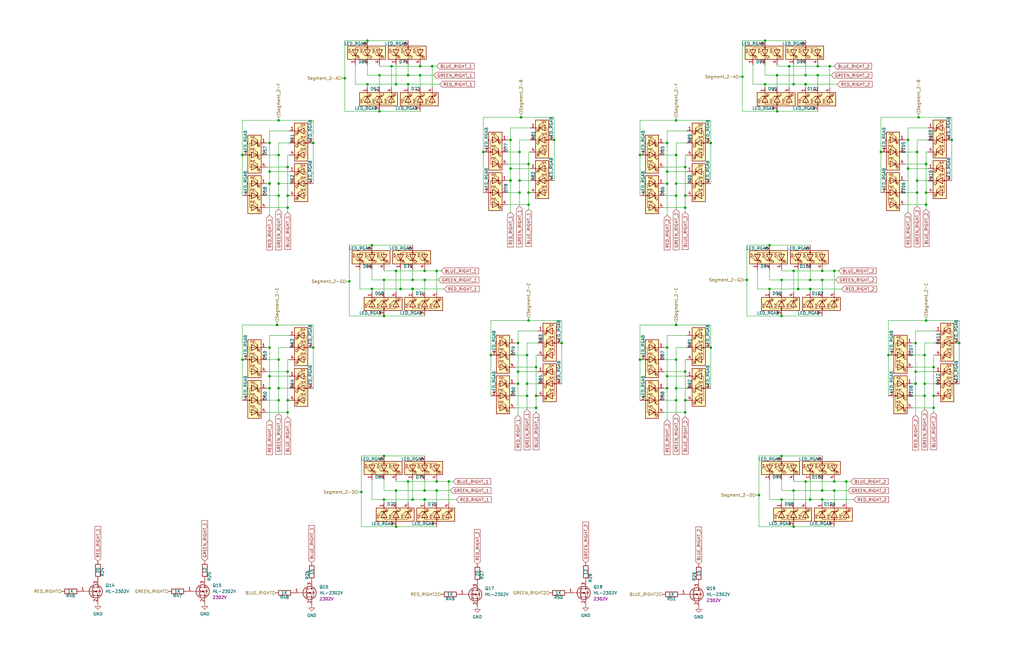
<source format=kicad_sch>
(kicad_sch (version 20211123) (generator eeschema)
  (paper "B")
  (junction (at 285.115 151.765))
  (junction (at 184.15 207.01))
  (junction (at 154.94 35.56))
  (junction (at 173.936 121.92))
  (junction (at 182.245 27.94))
  (junction (at 147.32 118.745))
  (junction (at 173.99 121.92))
  (junction (at 332.74 27.94))
  (junction (at 179.07 114.3))
  (junction (at 285.115 50.8))
  (junction (at 401.32 59.055))
  (junction (at 393.7 167.005))
  (junction (at 269.875 65.405))
  (junction (at 233.68 59.055))
  (junction (at 322.58 35.56))
  (junction (at 179.07 210.82))
  (junction (at 121.285 168.91))
  (junction (at 117.475 82.55))
  (junction (at 390.525 86.36))
  (junction (at 160.02 46.99))
  (junction (at 161.925 133.35))
  (junction (at 113.665 72.39))
  (junction (at 386.715 76.2))
  (junction (at 382.905 71.12))
  (junction (at 336.55 121.92))
  (junction (at 172.085 203.2))
  (junction (at 281.305 72.39))
  (junction (at 339.725 203.2))
  (junction (at 154.94 17.145))
  (junction (at 288.925 156.845))
  (junction (at 121.285 70.485))
  (junction (at 334.645 207.01))
  (junction (at 236.855 144.78))
  (junction (at 288.925 82.55))
  (junction (at 329.565 133.35))
  (junction (at 116.84 137.16))
  (junction (at 351.79 114.3))
  (junction (at 285.115 137.16))
  (junction (at 285.115 168.91))
  (junction (at 165.1 27.94))
  (junction (at 156.845 121.92))
  (junction (at 346.71 210.82))
  (junction (at 341.63 121.92))
  (junction (at 389.89 149.86))
  (junction (at 339.671 35.56))
  (junction (at 390.525 69.215))
  (junction (at 173.99 210.82))
  (junction (at 117.475 77.47))
  (junction (at 226.06 154.94))
  (junction (at 117.475 151.765))
  (junction (at 113.665 60.325))
  (junction (at 320.04 208.915))
  (junction (at 404.495 144.78))
  (junction (at 117.475 65.405))
  (junction (at 390.525 81.28))
  (junction (at 219.075 76.2))
  (junction (at 324.485 121.92))
  (junction (at 222.885 69.215))
  (junction (at 344.805 27.94))
  (junction (at 184.15 114.3))
  (junction (at 218.44 144.78))
  (junction (at 386.08 161.925))
  (junction (at 152.4 207.645))
  (junction (at 117.475 168.91))
  (junction (at 113.665 146.685))
  (junction (at 218.44 161.925))
  (junction (at 222.885 135.255))
  (junction (at 339.725 31.75))
  (junction (at 179.07 207.01))
  (junction (at 346.71 114.3))
  (junction (at 346.71 207.01))
  (junction (at 339.725 35.56))
  (junction (at 346.71 118.11))
  (junction (at 371.475 64.135))
  (junction (at 386.08 156.845))
  (junction (at 288.925 173.99))
  (junction (at 389.89 167.005))
  (junction (at 156.845 103.505))
  (junction (at 121.285 156.845))
  (junction (at 215.265 71.12))
  (junction (at 161.925 118.11))
  (junction (at 374.65 149.86))
  (junction (at 167.005 207.01))
  (junction (at 329.565 210.82))
  (junction (at 281.305 77.47))
  (junction (at 207.01 149.86))
  (junction (at 177.165 31.75))
  (junction (at 281.305 158.75))
  (junction (at 215.265 76.2))
  (junction (at 390.525 135.255))
  (junction (at 219.075 81.28))
  (junction (at 334.645 114.3))
  (junction (at 189.23 203.2))
  (junction (at 389.89 161.925))
  (junction (at 184.15 203.2))
  (junction (at 288.925 70.485))
  (junction (at 113.665 77.47))
  (junction (at 215.265 76.146))
  (junction (at 179.016 210.82))
  (junction (at 226.06 167.005))
  (junction (at 102.235 151.765))
  (junction (at 113.665 163.83))
  (junction (at 167.005 35.56))
  (junction (at 351.79 203.2))
  (junction (at 281.305 60.325))
  (junction (at 285.115 163.83))
  (junction (at 313.055 32.385))
  (junction (at 113.665 158.75))
  (junction (at 222.885 81.28))
  (junction (at 222.25 161.925))
  (junction (at 344.805 31.75))
  (junction (at 334.645 222.25))
  (junction (at 285.115 82.55))
  (junction (at 132.08 60.325))
  (junction (at 219.71 49.53))
  (junction (at 215.265 59.055))
  (junction (at 121.285 87.63))
  (junction (at 314.96 118.11))
  (junction (at 341.63 210.82))
  (junction (at 322.58 17.145))
  (junction (at 299.72 60.325))
  (junction (at 285.115 65.405))
  (junction (at 172.085 35.56))
  (junction (at 334.645 35.56))
  (junction (at 386.08 161.871))
  (junction (at 226.06 172.085))
  (junction (at 329.565 192.405))
  (junction (at 117.475 50.8))
  (junction (at 219.075 64.135))
  (junction (at 113.665 77.416))
  (junction (at 288.925 168.91))
  (junction (at 161.925 192.405))
  (junction (at 160.02 31.75))
  (junction (at 351.79 207.01))
  (junction (at 382.905 59.055))
  (junction (at 177.165 27.94))
  (junction (at 222.885 86.36))
  (junction (at 327.66 31.75))
  (junction (at 102.235 65.405))
  (junction (at 218.44 156.845))
  (junction (at 167.005 114.3))
  (junction (at 386.08 144.78))
  (junction (at 172.085 31.75))
  (junction (at 386.715 64.135))
  (junction (at 387.35 49.53))
  (junction (at 329.565 118.11))
  (junction (at 203.835 64.135))
  (junction (at 281.305 146.685))
  (junction (at 299.72 146.685))
  (junction (at 145.415 33.02))
  (junction (at 222.25 149.86))
  (junction (at 349.885 27.94))
  (junction (at 117.475 163.83))
  (junction (at 173.99 118.11))
  (junction (at 393.7 154.94))
  (junction (at 281.305 163.83))
  (junction (at 285.115 77.47))
  (junction (at 132.08 146.685))
  (junction (at 179.07 118.11))
  (junction (at 121.285 82.55))
  (junction (at 393.7 172.085))
  (junction (at 386.715 81.28))
  (junction (at 324.485 103.505))
  (junction (at 167.005 222.25))
  (junction (at 168.91 121.92))
  (junction (at 341.63 118.11))
  (junction (at 161.925 210.82))
  (junction (at 121.285 173.99))
  (junction (at 222.25 167.005))
  (junction (at 269.875 151.765))
  (junction (at 356.87 203.2))
  (junction (at 327.66 46.99))
  (junction (at 288.925 87.63))
  (wire (pts (xy 217.17 144.78) (xy 218.44 144.78)))
  (wire (pts (xy 161.925 207.01) (xy 167.005 207.01)))
  (wire (pts (xy 332.74 27.94) (xy 344.805 27.94)))
  (wire (pts (xy 223.52 64.135) (xy 222.885 64.135)))
  (wire (pts (xy 351.79 114.3) (xy 353.695 114.3)))
  (wire (pts (xy 151.765 113.665) (xy 151.765 121.92)))
  (wire (pts (xy 351.79 207.01) (xy 357.505 207.01)))
  (wire (pts (xy 173.99 123.19) (xy 173.99 121.92)))
  (wire (pts (xy 149.86 27.305) (xy 149.86 35.56)))
  (wire (pts (xy 381.635 64.135) (xy 386.715 64.135)))
  (wire (pts (xy 121.285 82.55) (xy 121.285 87.63)))
  (wire (pts (xy 281.305 72.39) (xy 289.56 72.39)))
  (wire (pts (xy 161.925 212.09) (xy 161.925 210.82)))
  (wire (pts (xy 288.925 168.91) (xy 288.925 173.99)))
  (wire (pts (xy 215.265 76.2) (xy 215.265 89.535)))
  (wire (pts (xy 236.855 135.255) (xy 236.855 144.78)))
  (wire (pts (xy 113.665 72.39) (xy 113.665 77.416)))
  (wire (pts (xy 168.91 121.92) (xy 168.91 113.665)))
  (wire (pts (xy 319.405 121.92) (xy 324.485 121.92)))
  (wire (pts (xy 217.17 149.86) (xy 222.25 149.86)))
  (wire (pts (xy 281.305 146.685) (xy 281.305 158.75)))
  (wire (pts (xy 289.56 151.765) (xy 288.925 151.765)))
  (wire (pts (xy 288.925 70.485) (xy 288.925 82.55)))
  (wire (pts (xy 356.87 212.09) (xy 356.87 203.2)))
  (wire (pts (xy 339.725 35.56) (xy 353.06 35.56)))
  (wire (pts (xy 132.08 50.8) (xy 132.08 60.325)))
  (wire (pts (xy 117.475 49.53) (xy 117.475 50.8)))
  (wire (pts (xy 154.94 31.75) (xy 160.02 31.75)))
  (wire (pts (xy 121.285 168.91) (xy 121.285 173.99)))
  (wire (pts (xy 112.395 168.91) (xy 117.475 168.91)))
  (wire (pts (xy 165.1 36.83) (xy 165.1 27.94)))
  (wire (pts (xy 132.08 60.325) (xy 132.08 77.47)))
  (wire (pts (xy 149.86 35.56) (xy 154.94 35.56)))
  (wire (pts (xy 160.02 36.83) (xy 160.02 31.75)))
  (wire (pts (xy 322.58 17.145) (xy 339.725 17.145)))
  (wire (pts (xy 390.525 81.28) (xy 391.16 81.28)))
  (wire (pts (xy 289.56 55.245) (xy 281.305 55.245)))
  (wire (pts (xy 349.885 27.94) (xy 351.79 27.94)))
  (wire (pts (xy 393.7 167.005) (xy 393.7 172.085)))
  (wire (pts (xy 346.71 210.82) (xy 360.045 210.82)))
  (wire (pts (xy 317.5 27.305) (xy 317.5 35.56)))
  (wire (pts (xy 121.285 151.765) (xy 121.285 156.845)))
  (wire (pts (xy 165.1 27.94) (xy 177.165 27.94)))
  (wire (pts (xy 382.905 53.975) (xy 382.905 59.055)))
  (wire (pts (xy 184.15 203.2) (xy 189.23 203.2)))
  (wire (pts (xy 389.89 167.005) (xy 389.89 172.72)))
  (wire (pts (xy 173.99 118.11) (xy 179.07 118.11)))
  (wire (pts (xy 401.32 49.53) (xy 401.32 59.055)))
  (wire (pts (xy 314.96 103.505) (xy 324.485 103.505)))
  (wire (pts (xy 394.335 149.86) (xy 393.7 149.86)))
  (wire (pts (xy 344.805 27.94) (xy 344.805 27.305)))
  (wire (pts (xy 121.285 156.845) (xy 121.285 168.91)))
  (wire (pts (xy 147.32 118.745) (xy 147.32 133.35)))
  (wire (pts (xy 324.485 113.665) (xy 324.485 118.11)))
  (wire (pts (xy 390.525 86.36) (xy 390.525 88.265)))
  (wire (pts (xy 336.55 121.92) (xy 341.63 121.92)))
  (wire (pts (xy 329.565 212.09) (xy 329.565 210.82)))
  (wire (pts (xy 219.075 81.28) (xy 219.075 86.995)))
  (wire (pts (xy 167.005 35.56) (xy 172.085 35.56)))
  (wire (pts (xy 314.96 103.505) (xy 314.96 118.11)))
  (wire (pts (xy 387.35 48.26) (xy 387.35 49.53)))
  (wire (pts (xy 404.495 144.78) (xy 404.495 161.925)))
  (wire (pts (xy 381.635 86.36) (xy 390.525 86.36)))
  (wire (pts (xy 223.52 53.975) (xy 215.265 53.975)))
  (wire (pts (xy 281.305 158.75) (xy 281.305 163.83)))
  (wire (pts (xy 334.645 202.565) (xy 334.645 203.2)))
  (wire (pts (xy 285.115 135.89) (xy 285.115 137.16)))
  (wire (pts (xy 161.925 133.35) (xy 179.07 133.35)))
  (wire (pts (xy 179.07 210.82) (xy 192.405 210.82)))
  (wire (pts (xy 102.235 137.16) (xy 102.235 151.765)))
  (wire (pts (xy 121.92 65.405) (xy 121.285 65.405)))
  (wire (pts (xy 117.475 82.55) (xy 117.475 88.265)))
  (wire (pts (xy 172.085 203.2) (xy 184.15 203.2)))
  (wire (pts (xy 285.115 146.685) (xy 285.115 151.765)))
  (wire (pts (xy 313.055 17.145) (xy 313.055 32.385)))
  (wire (pts (xy 334.645 207.01) (xy 346.71 207.01)))
  (wire (pts (xy 161.925 210.82) (xy 173.99 210.82)))
  (wire (pts (xy 117.475 77.47) (xy 117.475 82.55)))
  (wire (pts (xy 384.81 154.94) (xy 393.7 154.94)))
  (wire (pts (xy 285.115 137.16) (xy 299.72 137.16)))
  (wire (pts (xy 341.63 118.11) (xy 341.63 113.665)))
  (wire (pts (xy 167.005 123.19) (xy 167.005 114.3)))
  (wire (pts (xy 117.475 146.685) (xy 117.475 151.765)))
  (wire (pts (xy 341.63 210.82) (xy 341.63 202.565)))
  (wire (pts (xy 121.285 87.63) (xy 121.285 89.535)))
  (wire (pts (xy 167.005 207.01) (xy 179.07 207.01)))
  (wire (pts (xy 217.17 172.085) (xy 226.06 172.085)))
  (wire (pts (xy 160.02 31.75) (xy 172.085 31.75)))
  (wire (pts (xy 145.415 46.99) (xy 160.02 46.99)))
  (wire (pts (xy 121.92 60.325) (xy 117.475 60.325)))
  (wire (pts (xy 117.475 77.47) (xy 121.92 77.47)))
  (wire (pts (xy 184.15 212.09) (xy 184.15 207.01)))
  (wire (pts (xy 269.875 137.16) (xy 285.115 137.16)))
  (wire (pts (xy 311.785 32.385) (xy 313.055 32.385)))
  (wire (pts (xy 222.25 161.925) (xy 226.695 161.925)))
  (wire (pts (xy 285.115 168.91) (xy 285.115 174.625)))
  (wire (pts (xy 167.005 203.2) (xy 172.085 203.2)))
  (wire (pts (xy 327.66 31.75) (xy 339.725 31.75)))
  (wire (pts (xy 288.925 156.845) (xy 288.925 168.91)))
  (wire (pts (xy 327.66 27.94) (xy 332.74 27.94)))
  (wire (pts (xy 371.475 64.135) (xy 371.475 81.28)))
  (wire (pts (xy 339.725 31.75) (xy 344.805 31.75)))
  (wire (pts (xy 320.04 222.25) (xy 334.645 222.25)))
  (wire (pts (xy 151.13 207.645) (xy 152.4 207.645)))
  (wire (pts (xy 160.02 46.99) (xy 177.165 46.99)))
  (wire (pts (xy 346.71 114.3) (xy 351.79 114.3)))
  (wire (pts (xy 112.395 156.845) (xy 121.285 156.845)))
  (wire (pts (xy 167.005 35.56) (xy 167.005 27.305)))
  (wire (pts (xy 132.08 146.685) (xy 132.08 163.83)))
  (wire (pts (xy 144.145 33.02) (xy 145.415 33.02)))
  (wire (pts (xy 285.115 163.83) (xy 285.115 168.91)))
  (wire (pts (xy 334.645 35.56) (xy 334.645 27.305)))
  (wire (pts (xy 329.565 202.565) (xy 329.565 207.01)))
  (wire (pts (xy 222.885 64.135) (xy 222.885 69.215)))
  (wire (pts (xy 113.665 158.75) (xy 121.92 158.75)))
  (wire (pts (xy 215.265 71.12) (xy 223.52 71.12)))
  (wire (pts (xy 177.165 36.83) (xy 177.165 31.75)))
  (wire (pts (xy 390.525 133.985) (xy 390.525 135.255)))
  (wire (pts (xy 280.035 87.63) (xy 288.925 87.63)))
  (wire (pts (xy 145.415 17.145) (xy 145.415 33.02)))
  (wire (pts (xy 112.395 87.63) (xy 121.285 87.63)))
  (wire (pts (xy 389.89 144.78) (xy 389.89 149.86)))
  (wire (pts (xy 334.645 203.2) (xy 339.725 203.2)))
  (wire (pts (xy 334.645 222.25) (xy 351.79 222.25)))
  (wire (pts (xy 121.285 173.99) (xy 121.285 175.895)))
  (wire (pts (xy 346.71 114.3) (xy 346.71 113.665)))
  (wire (pts (xy 217.17 167.005) (xy 222.25 167.005)))
  (wire (pts (xy 147.32 103.505) (xy 156.845 103.505)))
  (wire (pts (xy 173.936 121.92) (xy 173.99 121.92)))
  (wire (pts (xy 327.66 36.83) (xy 327.66 31.75)))
  (wire (pts (xy 382.905 59.055) (xy 382.905 71.12)))
  (wire (pts (xy 322.58 31.75) (xy 327.66 31.75)))
  (wire (pts (xy 387.35 49.53) (xy 401.32 49.53)))
  (wire (pts (xy 147.32 133.35) (xy 161.925 133.35)))
  (wire (pts (xy 160.02 27.94) (xy 165.1 27.94)))
  (wire (pts (xy 113.665 55.245) (xy 113.665 60.325)))
  (wire (pts (xy 112.395 151.765) (xy 117.475 151.765)))
  (wire (pts (xy 213.995 69.215) (xy 222.885 69.215)))
  (wire (pts (xy 102.235 65.405) (xy 102.235 82.55)))
  (wire (pts (xy 280.035 163.83) (xy 281.305 163.83)))
  (wire (pts (xy 299.72 50.8) (xy 299.72 60.325)))
  (wire (pts (xy 329.565 192.405) (xy 346.71 192.405)))
  (wire (pts (xy 390.525 64.135) (xy 390.525 69.215)))
  (wire (pts (xy 285.115 60.325) (xy 285.115 65.405)))
  (wire (pts (xy 219.075 64.135) (xy 219.075 76.2)))
  (wire (pts (xy 334.645 123.19) (xy 334.645 114.3)))
  (wire (pts (xy 182.245 36.83) (xy 182.245 27.94)))
  (wire (pts (xy 156.845 118.11) (xy 161.925 118.11)))
  (wire (pts (xy 288.925 168.91) (xy 289.56 168.91)))
  (wire (pts (xy 121.285 82.55) (xy 121.92 82.55)))
  (wire (pts (xy 184.15 114.3) (xy 186.055 114.3)))
  (wire (pts (xy 160.02 27.305) (xy 160.02 27.94)))
  (wire (pts (xy 217.17 161.925) (xy 218.44 161.925)))
  (wire (pts (xy 145.415 17.145) (xy 154.94 17.145)))
  (wire (pts (xy 213.995 76.2) (xy 215.265 76.2)))
  (wire (pts (xy 102.235 151.765) (xy 102.235 168.91)))
  (wire (pts (xy 161.925 113.665) (xy 161.925 114.3)))
  (wire (pts (xy 289.56 65.405) (xy 288.925 65.405)))
  (wire (pts (xy 161.925 123.19) (xy 161.925 118.11)))
  (wire (pts (xy 233.68 49.53) (xy 233.68 59.055)))
  (wire (pts (xy 215.265 59.055) (xy 215.265 71.12)))
  (wire (pts (xy 219.075 76.2) (xy 219.075 81.28)))
  (wire (pts (xy 289.56 60.325) (xy 285.115 60.325)))
  (wire (pts (xy 346.71 207.01) (xy 351.79 207.01)))
  (wire (pts (xy 280.035 156.845) (xy 288.925 156.845)))
  (wire (pts (xy 382.905 76.2) (xy 382.905 89.535)))
  (wire (pts (xy 386.715 64.135) (xy 386.715 76.2)))
  (wire (pts (xy 329.565 118.11) (xy 341.63 118.11)))
  (wire (pts (xy 177.165 31.75) (xy 182.88 31.75)))
  (wire (pts (xy 285.115 163.83) (xy 289.56 163.83)))
  (wire (pts (xy 289.56 141.605) (xy 281.305 141.605)))
  (wire (pts (xy 389.89 161.925) (xy 389.89 167.005)))
  (wire (pts (xy 102.235 50.8) (xy 117.475 50.8)))
  (wire (pts (xy 179.07 207.01) (xy 184.15 207.01)))
  (wire (pts (xy 391.16 59.055) (xy 386.715 59.055)))
  (wire (pts (xy 222.885 86.36) (xy 222.885 88.265)))
  (wire (pts (xy 121.92 55.245) (xy 113.665 55.245)))
  (wire (pts (xy 280.035 70.485) (xy 288.925 70.485)))
  (wire (pts (xy 334.645 35.56) (xy 339.671 35.56)))
  (wire (pts (xy 285.115 65.405) (xy 285.115 77.47)))
  (wire (pts (xy 172.085 35.56) (xy 185.42 35.56)))
  (wire (pts (xy 184.15 207.01) (xy 189.865 207.01)))
  (wire (pts (xy 288.925 82.55) (xy 288.925 87.63)))
  (wire (pts (xy 222.885 81.28) (xy 223.52 81.28)))
  (wire (pts (xy 226.06 167.005) (xy 226.06 172.085)))
  (wire (pts (xy 394.335 139.7) (xy 386.08 139.7)))
  (wire (pts (xy 280.035 65.405) (xy 285.115 65.405)))
  (wire (pts (xy 179.07 212.09) (xy 179.07 210.82)))
  (wire (pts (xy 152.4 192.405) (xy 152.4 207.645)))
  (wire (pts (xy 320.04 208.915) (xy 320.04 222.25)))
  (wire (pts (xy 154.94 36.83) (xy 154.94 35.56)))
  (wire (pts (xy 222.885 133.985) (xy 222.885 135.255)))
  (wire (pts (xy 317.5 35.56) (xy 322.58 35.56)))
  (wire (pts (xy 346.71 207.01) (xy 346.71 202.565)))
  (wire (pts (xy 182.245 27.94) (xy 184.15 27.94)))
  (wire (pts (xy 382.905 71.12) (xy 382.905 76.2)))
  (wire (pts (xy 381.635 59.055) (xy 382.905 59.055)))
  (wire (pts (xy 386.08 144.78) (xy 386.08 156.845)))
  (wire (pts (xy 299.72 60.325) (xy 299.72 77.47)))
  (wire (pts (xy 324.485 210.82) (xy 329.565 210.82)))
  (wire (pts (xy 319.405 113.665) (xy 319.405 121.92)))
  (wire (pts (xy 113.665 158.75) (xy 113.665 163.83)))
  (wire (pts (xy 313.055 32.385) (xy 313.055 46.99)))
  (wire (pts (xy 179.07 207.01) (xy 179.07 202.565)))
  (wire (pts (xy 222.25 161.925) (xy 222.25 167.005)))
  (wire (pts (xy 168.91 121.92) (xy 173.936 121.92)))
  (wire (pts (xy 203.835 64.135) (xy 203.835 81.28)))
  (wire (pts (xy 384.81 167.005) (xy 389.89 167.005)))
  (wire (pts (xy 288.925 173.99) (xy 288.925 175.895)))
  (wire (pts (xy 324.485 103.505) (xy 341.63 103.505)))
  (wire (pts (xy 344.805 31.75) (xy 350.52 31.75)))
  (wire (pts (xy 382.905 71.12) (xy 391.16 71.12)))
  (wire (pts (xy 156.845 210.82) (xy 161.925 210.82)))
  (wire (pts (xy 116.84 137.16) (xy 132.08 137.16)))
  (wire (pts (xy 213.995 81.28) (xy 219.075 81.28)))
  (wire (pts (xy 161.925 114.3) (xy 167.005 114.3)))
  (wire (pts (xy 113.665 72.39) (xy 121.92 72.39)))
  (wire (pts (xy 374.65 135.255) (xy 390.525 135.255)))
  (wire (pts (xy 313.69 118.11) (xy 314.96 118.11)))
  (wire (pts (xy 172.085 31.75) (xy 177.165 31.75)))
  (wire (pts (xy 145.415 33.02) (xy 145.415 46.99)))
  (wire (pts (xy 341.63 123.19) (xy 341.63 121.92)))
  (wire (pts (xy 329.565 114.3) (xy 334.645 114.3)))
  (wire (pts (xy 288.925 65.405) (xy 288.925 70.485)))
  (wire (pts (xy 179.07 118.11) (xy 184.785 118.11)))
  (wire (pts (xy 172.085 31.75) (xy 172.085 27.305)))
  (wire (pts (xy 389.89 161.925) (xy 394.335 161.925)))
  (wire (pts (xy 280.035 168.91) (xy 285.115 168.91)))
  (wire (pts (xy 371.475 49.53) (xy 387.35 49.53)))
  (wire (pts (xy 288.925 87.63) (xy 288.925 89.535)))
  (wire (pts (xy 299.72 137.16) (xy 299.72 146.685)))
  (wire (pts (xy 356.87 203.2) (xy 358.775 203.2)))
  (wire (pts (xy 339.725 31.75) (xy 339.725 27.305)))
  (wire (pts (xy 324.485 118.11) (xy 329.565 118.11)))
  (wire (pts (xy 152.4 222.25) (xy 167.005 222.25)))
  (wire (pts (xy 336.55 121.92) (xy 336.55 113.665)))
  (wire (pts (xy 394.335 144.78) (xy 389.89 144.78)))
  (wire (pts (xy 213.995 59.055) (xy 215.265 59.055)))
  (wire (pts (xy 222.25 144.78) (xy 222.25 149.86)))
  (wire (pts (xy 161.925 192.405) (xy 179.07 192.405)))
  (wire (pts (xy 281.305 141.605) (xy 281.305 146.685)))
  (wire (pts (xy 226.06 172.085) (xy 226.06 173.99)))
  (wire (pts (xy 179.07 123.19) (xy 179.07 118.11)))
  (wire (pts (xy 404.495 135.255) (xy 404.495 144.78)))
  (wire (pts (xy 334.645 212.09) (xy 334.645 207.01)))
  (wire (pts (xy 346.71 118.11) (xy 352.425 118.11)))
  (wire (pts (xy 281.305 55.245) (xy 281.305 60.325)))
  (wire (pts (xy 207.01 149.86) (xy 207.01 167.005)))
  (wire (pts (xy 322.58 35.56) (xy 334.645 35.56)))
  (wire (pts (xy 173.99 121.92) (xy 187.325 121.92)))
  (wire (pts (xy 184.15 203.2) (xy 184.15 202.565)))
  (wire (pts (xy 177.165 27.94) (xy 177.165 27.305)))
  (wire (pts (xy 313.055 17.145) (xy 322.58 17.145)))
  (wire (pts (xy 280.035 82.55) (xy 285.115 82.55)))
  (wire (pts (xy 167.005 202.565) (xy 167.005 203.2)))
  (wire (pts (xy 156.845 103.505) (xy 173.99 103.505)))
  (wire (pts (xy 329.565 123.19) (xy 329.565 118.11)))
  (wire (pts (xy 172.085 212.09) (xy 172.085 203.2)))
  (wire (pts (xy 269.875 65.405) (xy 269.875 82.55)))
  (wire (pts (xy 161.925 118.11) (xy 173.99 118.11)))
  (wire (pts (xy 222.885 81.28) (xy 222.885 86.36)))
  (wire (pts (xy 116.84 135.89) (xy 116.84 137.16)))
  (wire (pts (xy 281.305 158.75) (xy 289.56 158.75)))
  (wire (pts (xy 117.475 65.405) (xy 117.475 77.47)))
  (wire (pts (xy 121.285 168.91) (xy 121.92 168.91)))
  (wire (pts (xy 374.65 149.86) (xy 374.65 167.005)))
  (wire (pts (xy 324.485 123.19) (xy 324.485 121.92)))
  (wire (pts (xy 147.32 103.505) (xy 147.32 118.745)))
  (wire (pts (xy 207.01 135.255) (xy 207.01 149.86)))
  (wire (pts (xy 285.115 49.53) (xy 285.115 50.8)))
  (wire (pts (xy 401.32 59.055) (xy 401.32 76.2)))
  (wire (pts (xy 156.845 123.19) (xy 156.845 121.92)))
  (wire (pts (xy 334.645 114.3) (xy 346.71 114.3)))
  (wire (pts (xy 386.08 161.871) (xy 386.08 161.925)))
  (wire (pts (xy 346.71 123.19) (xy 346.71 118.11)))
  (wire (pts (xy 226.695 144.78) (xy 222.25 144.78)))
  (wire (pts (xy 329.565 113.665) (xy 329.565 114.3)))
  (wire (pts (xy 285.115 50.8) (xy 299.72 50.8)))
  (wire (pts (xy 281.305 163.83) (xy 281.305 177.165)))
  (wire (pts (xy 218.44 156.845) (xy 226.695 156.845)))
  (wire (pts (xy 121.92 141.605) (xy 113.665 141.605)))
  (wire (pts (xy 288.925 82.55) (xy 289.56 82.55)))
  (wire (pts (xy 156.845 113.665) (xy 156.845 118.11)))
  (wire (pts (xy 207.01 135.255) (xy 222.885 135.255)))
  (wire (pts (xy 117.475 151.765) (xy 117.475 163.83)))
  (wire (pts (xy 112.395 163.83) (xy 113.665 163.83)))
  (wire (pts (xy 386.08 156.845) (xy 386.08 161.871)))
  (wire (pts (xy 349.885 36.83) (xy 349.885 27.94)))
  (wire (pts (xy 285.115 77.47) (xy 289.56 77.47)))
  (wire (pts (xy 226.695 149.86) (xy 226.06 149.86)))
  (wire (pts (xy 189.23 203.2) (xy 191.135 203.2)))
  (wire (pts (xy 203.835 49.53) (xy 219.71 49.53)))
  (wire (pts (xy 341.63 121.92) (xy 354.965 121.92)))
  (wire (pts (xy 117.475 168.91) (xy 117.475 174.625)))
  (wire (pts (xy 226.06 167.005) (xy 226.695 167.005)))
  (wire (pts (xy 320.04 192.405) (xy 320.04 208.915)))
  (wire (pts (xy 179.016 210.82) (xy 179.07 210.82)))
  (wire (pts (xy 285.115 82.55) (xy 285.115 88.265)))
  (wire (pts (xy 121.285 70.485) (xy 121.285 82.55)))
  (wire (pts (xy 313.055 46.99) (xy 327.66 46.99)))
  (wire (pts (xy 112.395 77.47) (xy 113.665 77.47)))
  (wire (pts (xy 332.74 36.83) (xy 332.74 27.94)))
  (wire (pts (xy 167.005 114.3) (xy 179.07 114.3)))
  (wire (pts (xy 226.06 154.94) (xy 226.06 167.005)))
  (wire (pts (xy 384.81 172.085) (xy 393.7 172.085)))
  (wire (pts (xy 351.79 203.2) (xy 351.79 202.565)))
  (wire (pts (xy 172.085 36.83) (xy 172.085 35.56)))
  (wire (pts (xy 386.08 156.845) (xy 394.335 156.845)))
  (wire (pts (xy 222.25 167.005) (xy 222.25 172.72)))
  (wire (pts (xy 218.44 139.7) (xy 218.44 144.78)))
  (wire (pts (xy 322.58 36.83) (xy 322.58 35.56)))
  (wire (pts (xy 386.715 76.2) (xy 386.715 81.28)))
  (wire (pts (xy 329.565 207.01) (xy 334.645 207.01)))
  (wire (pts (xy 173.99 210.82) (xy 173.99 202.565)))
  (wire (pts (xy 213.995 64.135) (xy 219.075 64.135)))
  (wire (pts (xy 177.165 27.94) (xy 182.245 27.94)))
  (wire (pts (xy 391.16 53.975) (xy 382.905 53.975)))
  (wire (pts (xy 102.235 137.16) (xy 116.84 137.16)))
  (wire (pts (xy 184.15 123.19) (xy 184.15 114.3)))
  (wire (pts (xy 173.99 118.11) (xy 173.99 113.665)))
  (wire (pts (xy 113.665 60.325) (xy 113.665 72.39)))
  (wire (pts (xy 386.08 139.7) (xy 386.08 144.78)))
  (wire (pts (xy 280.035 77.47) (xy 281.305 77.47)))
  (wire (pts (xy 215.265 76.146) (xy 215.265 76.2)))
  (wire (pts (xy 269.875 50.8) (xy 269.875 65.405)))
  (wire (pts (xy 179.07 114.3) (xy 179.07 113.665)))
  (wire (pts (xy 113.665 163.83) (xy 113.665 177.165)))
  (wire (pts (xy 117.475 60.325) (xy 117.475 65.405)))
  (wire (pts (xy 117.475 50.8) (xy 132.08 50.8)))
  (wire (pts (xy 299.72 146.685) (xy 299.72 163.83)))
  (wire (pts (xy 314.96 118.11) (xy 314.96 133.35)))
  (wire (pts (xy 374.65 135.255) (xy 374.65 149.86)))
  (wire (pts (xy 117.475 163.83) (xy 117.475 168.91)))
  (wire (pts (xy 213.995 86.36) (xy 222.885 86.36)))
  (wire (pts (xy 219.71 48.26) (xy 219.71 49.53)))
  (wire (pts (xy 121.92 146.685) (xy 117.475 146.685)))
  (wire (pts (xy 189.23 212.09) (xy 189.23 203.2)))
  (wire (pts (xy 161.925 202.565) (xy 161.925 207.01)))
  (wire (pts (xy 344.805 36.83) (xy 344.805 31.75)))
  (wire (pts (xy 269.875 50.8) (xy 285.115 50.8)))
  (wire (pts (xy 281.305 60.325) (xy 281.305 72.39)))
  (wire (pts (xy 381.635 69.215) (xy 390.525 69.215)))
  (wire (pts (xy 327.66 46.99) (xy 344.805 46.99)))
  (wire (pts (xy 112.395 173.99) (xy 121.285 173.99)))
  (wire (pts (xy 390.525 135.255) (xy 404.495 135.255)))
  (wire (pts (xy 215.265 71.12) (xy 215.265 76.146)))
  (wire (pts (xy 384.81 161.925) (xy 386.08 161.925)))
  (wire (pts (xy 151.765 121.92) (xy 156.845 121.92)))
  (wire (pts (xy 280.035 146.685) (xy 281.305 146.685)))
  (wire (pts (xy 121.285 65.405) (xy 121.285 70.485)))
  (wire (pts (xy 112.395 82.55) (xy 117.475 82.55)))
  (wire (pts (xy 222.885 135.255) (xy 236.855 135.255)))
  (wire (pts (xy 390.525 69.215) (xy 390.525 81.28)))
  (wire (pts (xy 381.635 81.28) (xy 386.715 81.28)))
  (wire (pts (xy 233.68 59.055) (xy 233.68 76.2)))
  (wire (pts (xy 339.725 203.2) (xy 351.79 203.2)))
  (wire (pts (xy 156.845 202.565) (xy 156.845 210.82)))
  (wire (pts (xy 167.005 212.09) (xy 167.005 207.01)))
  (wire (pts (xy 226.695 139.7) (xy 218.44 139.7)))
  (wire (pts (xy 121.92 151.765) (xy 121.285 151.765)))
  (wire (pts (xy 320.04 192.405) (xy 329.565 192.405)))
  (wire (pts (xy 351.79 123.19) (xy 351.79 114.3)))
  (wire (pts (xy 346.71 212.09) (xy 346.71 210.82)))
  (wire (pts (xy 322.58 27.305) (xy 322.58 31.75)))
  (wire (pts (xy 219.075 59.055) (xy 219.075 64.135)))
  (wire (pts (xy 351.79 203.2) (xy 356.87 203.2)))
  (wire (pts (xy 218.44 156.845) (xy 218.44 161.925)))
  (wire (pts (xy 102.235 50.8) (xy 102.235 65.405)))
  (wire (pts (xy 384.81 144.78) (xy 386.08 144.78)))
  (wire (pts (xy 222.885 69.215) (xy 222.885 81.28)))
  (wire (pts (xy 285.115 77.47) (xy 285.115 82.55)))
  (wire (pts (xy 218.44 161.925) (xy 218.44 175.26)))
  (wire (pts (xy 219.71 49.53) (xy 233.68 49.53)))
  (wire (pts (xy 384.81 149.86) (xy 389.89 149.86)))
  (wire (pts (xy 223.52 59.055) (xy 219.075 59.055)))
  (wire (pts (xy 339.725 212.09) (xy 339.725 203.2)))
  (wire (pts (xy 371.475 49.53) (xy 371.475 64.135)))
  (wire (pts (xy 386.08 161.925) (xy 386.08 175.26)))
  (wire (pts (xy 117.475 163.83) (xy 121.92 163.83)))
  (wire (pts (xy 222.25 149.86) (xy 222.25 161.925)))
  (wire (pts (xy 339.725 36.83) (xy 339.725 35.56)))
  (wire (pts (xy 156.845 121.92) (xy 168.91 121.92)))
  (wire (pts (xy 281.305 77.47) (xy 281.305 90.805)))
  (wire (pts (xy 236.855 144.78) (xy 236.855 161.925)))
  (wire (pts (xy 152.4 207.645) (xy 152.4 222.25)))
  (wire (pts (xy 351.79 212.09) (xy 351.79 207.01)))
  (wire (pts (xy 112.395 70.485) (xy 121.285 70.485)))
  (wire (pts (xy 217.17 154.94) (xy 226.06 154.94)))
  (wire (pts (xy 344.805 27.94) (xy 349.885 27.94)))
  (wire (pts (xy 269.875 137.16) (xy 269.875 151.765)))
  (wire (pts (xy 281.305 72.39) (xy 281.305 77.47)))
  (wire (pts (xy 154.94 35.56) (xy 167.005 35.56)))
  (wire (pts (xy 381.635 76.2) (xy 382.905 76.2)))
  (wire (pts (xy 341.63 210.82) (xy 346.71 210.82)))
  (wire (pts (xy 152.4 192.405) (xy 161.925 192.405)))
  (wire (pts (xy 324.485 202.565) (xy 324.485 210.82)))
  (wire (pts (xy 179.07 114.3) (xy 184.15 114.3)))
  (wire (pts (xy 112.395 65.405) (xy 117.475 65.405)))
  (wire (pts (xy 390.525 81.28) (xy 390.525 86.36)))
  (wire (pts (xy 154.94 17.145) (xy 172.085 17.145)))
  (wire (pts (xy 341.63 118.11) (xy 346.71 118.11)))
  (wire (pts (xy 393.7 167.005) (xy 394.335 167.005)))
  (wire (pts (xy 280.035 151.765) (xy 285.115 151.765)))
  (wire (pts (xy 132.08 137.16) (xy 132.08 146.685)))
  (wire (pts (xy 314.96 133.35) (xy 329.565 133.35)))
  (wire (pts (xy 219.075 76.2) (xy 223.52 76.2)))
  (wire (pts (xy 324.485 121.92) (xy 336.55 121.92)))
  (wire (pts (xy 329.565 133.35) (xy 346.71 133.35)))
  (wire (pts (xy 113.665 77.47) (xy 113.665 90.805)))
  (wire (pts (xy 113.665 77.416) (xy 113.665 77.47)))
  (wire (pts (xy 167.005 222.25) (xy 184.15 222.25)))
  (wire (pts (xy 386.715 59.055) (xy 386.715 64.135)))
  (wire (pts (xy 285.115 151.765) (xy 285.115 163.83)))
  (wire (pts (xy 226.06 149.86) (xy 226.06 154.94)))
  (wire (pts (xy 215.265 53.975) (xy 215.265 59.055)))
  (wire (pts (xy 203.835 49.53) (xy 203.835 64.135)))
  (wire (pts (xy 112.395 146.685) (xy 113.665 146.685)))
  (wire (pts (xy 318.77 208.915) (xy 320.04 208.915)))
  (wire (pts (xy 154.94 27.305) (xy 154.94 31.75)))
  (wire (pts (xy 339.671 35.56) (xy 339.725 35.56)))
  (wire (pts (xy 269.875 151.765) (xy 269.875 168.91)))
  (wire (pts (xy 393.7 149.86) (xy 393.7 154.94)))
  (wire (pts (xy 289.56 146.685) (xy 285.115 146.685)))
  (wire (pts (xy 280.035 173.99) (xy 288.925 173.99)))
  (wire (pts (xy 393.7 172.085) (xy 393.7 173.99)))
  (wire (pts (xy 386.715 76.2) (xy 391.16 76.2)))
  (wire (pts (xy 386.715 81.28) (xy 386.715 86.995)))
  (wire (pts (xy 389.89 149.86) (xy 389.89 161.925)))
  (wire (pts (xy 113.665 146.685) (xy 113.665 158.75)))
  (wire (pts (xy 173.99 210.82) (xy 179.016 210.82)))
  (wire (pts (xy 113.665 141.605) (xy 113.665 146.685)))
  (wire (pts (xy 391.16 64.135) (xy 390.525 64.135)))
  (wire (pts (xy 393.7 154.94) (xy 393.7 167.005)))
  (wire (pts (xy 327.66 27.305) (xy 327.66 27.94)))
  (wire (pts (xy 280.035 60.325) (xy 281.305 60.325)))
  (wire (pts (xy 329.565 210.82) (xy 341.63 210.82)))
  (wire (pts (xy 112.395 60.325) (xy 113.665 60.325)))
  (wire (pts (xy 288.925 151.765) (xy 288.925 156.845)))
  (wire (pts (xy 146.05 118.745) (xy 147.32 118.745)))
  (wire (pts (xy 218.44 144.78) (xy 218.44 156.845)))
  (global_label "GREEN_RIGHT_2" (shape input) (at 389.89 172.72 270) (property "Intersheet References" "${INTERSHEET_REFS}" (effects hide)))
  (global_label "RED_RIGHT_1" (shape input) (at 113.665 177.165 270) (property "Intersheet References" "${INTERSHEET_REFS}" (effects hide)))
  (global_label "GREEN_RIGHT_1" (shape input) (at 222.25 172.72 270) (property "Intersheet References" "${INTERSHEET_REFS}" (effects hide)))
  (global_label "GREEN_RIGHT_1" (shape input) (at 219.075 86.995 270) (property "Intersheet References" "${INTERSHEET_REFS}" (effects hide)))
  (global_label "GREEN_RIGHT_2" (shape input) (at 285.115 174.625 270) (property "Intersheet References" "${INTERSHEET_REFS}" (effects hide)))
  (global_label "RED_RIGHT_2" (shape input) (at 281.305 177.165 270) (property "Intersheet References" "${INTERSHEET_REFS}" (effects hide)))
  (global_label "GREEN_RIGHT_1" (shape input) (at 117.475 174.625 270) (property "Intersheet References" "${INTERSHEET_REFS}" (effects hide)))
  (global_label "GREEN_RIGHT_1" (shape input) (at 189.865 207.01 0) (property "Intersheet References" "${INTERSHEET_REFS}" (effects hide)))
  (global_label "GREEN_RIGHT_2" (shape input) (at 247.015 237.49 90) (property "Intersheet References" "${INTERSHEET_REFS}" (effects hide)))
  (global_label "RED_RIGHT_1" (shape input) (at 218.44 175.26 270) (property "Intersheet References" "${INTERSHEET_REFS}" (effects hide)))
  (global_label "BLUE_RIGHT_2" (shape input) (at 294.64 238.125 90) (property "Intersheet References" "${INTERSHEET_REFS}" (effects hide)))
  (global_label "BLUE_RIGHT_1" (shape input) (at 121.285 175.895 270) (property "Intersheet References" "${INTERSHEET_REFS}" (effects hide)))
  (global_label "BLUE_RIGHT_1" (shape input) (at 131.445 237.49 90) (property "Intersheet References" "${INTERSHEET_REFS}" (effects hide)))
  (global_label "BLUE_RIGHT_2" (shape input) (at 288.925 175.895 270) (property "Intersheet References" "${INTERSHEET_REFS}" (effects hide)))
  (global_label "BLUE_RIGHT_2" (shape input) (at 288.925 89.535 270) (property "Intersheet References" "${INTERSHEET_REFS}" (effects hide)))
  (global_label "GREEN_RIGHT_2" (shape input) (at 386.715 86.995 270) (property "Intersheet References" "${INTERSHEET_REFS}" (effects hide)))
  (global_label "RED_RIGHT_1" (shape input) (at 187.325 121.92 0) (property "Intersheet References" "${INTERSHEET_REFS}" (effects hide)))
  (global_label "BLUE_RIGHT_2" (shape input) (at 353.695 114.3 0) (property "Intersheet References" "${INTERSHEET_REFS}" (effects hide)))
  (global_label "BLUE_RIGHT_1" (shape input) (at 191.135 203.2 0) (property "Intersheet References" "${INTERSHEET_REFS}" (effects hide)))
  (global_label "GREEN_RIGHT_1" (shape input) (at 184.785 118.11 0) (property "Intersheet References" "${INTERSHEET_REFS}" (effects hide)))
  (global_label "GREEN_RIGHT_1" (shape input) (at 86.36 236.855 90) (property "Intersheet References" "${INTERSHEET_REFS}" (effects hide)))
  (global_label "BLUE_RIGHT_1" (shape input) (at 121.285 89.535 270) (property "Intersheet References" "${INTERSHEET_REFS}" (effects hide)))
  (global_label "BLUE_RIGHT_1" (shape input) (at 226.06 173.99 270) (property "Intersheet References" "${INTERSHEET_REFS}" (effects hide)))
  (global_label "GREEN_RIGHT_2" (shape input) (at 357.505 207.01 0) (property "Intersheet References" "${INTERSHEET_REFS}" (effects hide)))
  (global_label "BLUE_RIGHT_1" (shape input) (at 222.885 88.265 270) (property "Intersheet References" "${INTERSHEET_REFS}" (effects hide)))
  (global_label "RED_RIGHT_1" (shape input) (at 215.265 89.535 270) (property "Intersheet References" "${INTERSHEET_REFS}" (effects hide)))
  (global_label "RED_RIGHT_2" (shape input) (at 386.08 175.26 270) (property "Intersheet References" "${INTERSHEET_REFS}" (effects hide)))
  (global_label "RED_RIGHT_2" (shape input) (at 353.06 35.56 0) (property "Intersheet References" "${INTERSHEET_REFS}" (effects hide)))
  (global_label "RED_RIGHT_2" (shape input) (at 354.965 121.92 0) (property "Intersheet References" "${INTERSHEET_REFS}" (effects hide)))
  (global_label "RED_RIGHT_1" (shape input) (at 192.405 210.82 0) (property "Intersheet References" "${INTERSHEET_REFS}" (effects hide)))
  (global_label "BLUE_RIGHT_1" (shape input) (at 184.15 27.94 0) (property "Intersheet References" "${INTERSHEET_REFS}" (effects hide)))
  (global_label "RED_RIGHT_2" (shape input) (at 360.045 210.82 0) (property "Intersheet References" "${INTERSHEET_REFS}" (effects hide)))
  (global_label "RED_RIGHT_1" (shape input) (at 113.665 90.805 270) (property "Intersheet References" "${INTERSHEET_REFS}" (effects hide)))
  (global_label "RED_RIGHT_1" (shape input) (at 185.42 35.56 0) (property "Intersheet References" "${INTERSHEET_REFS}" (effects hide)))
  (global_label "BLUE_RIGHT_1" (shape input) (at 186.055 114.3 0) (property "Intersheet References" "${INTERSHEET_REFS}" (effects hide)))
  (global_label "BLUE_RIGHT_2" (shape input) (at 390.525 88.265 270) (property "Intersheet References" "${INTERSHEET_REFS}" (effects hide)))
  (global_label "GREEN_RIGHT_2" (shape input) (at 352.425 118.11 0) (property "Intersheet References" "${INTERSHEET_REFS}" (effects hide)))
  (global_label "RED_RIGHT_1" (shape input) (at 41.275 236.855 90) (property "Intersheet References" "${INTERSHEET_REFS}" (effects hide)))
  (global_label "GREEN_RIGHT_2" (shape input) (at 285.115 88.265 270) (property "Intersheet References" "${INTERSHEET_REFS}" (effects hide)))
  (global_label "BLUE_RIGHT_2" (shape input) (at 393.7 173.99 270) (property "Intersheet References" "${INTERSHEET_REFS}" (effects hide)))
  (global_label "RED_RIGHT_2" (shape input) (at 201.295 238.125 90) (property "Intersheet References" "${INTERSHEET_REFS}" (effects hide)))
  (global_label "GREEN_RIGHT_1" (shape input) (at 117.475 88.265 270) (property "Intersheet References" "${INTERSHEET_REFS}" (effects hide)))
  (global_label "RED_RIGHT_2" (shape input) (at 281.305 90.805 270) (property "Intersheet References" "${INTERSHEET_REFS}" (effects hide)))
  (global_label "GREEN_RIGHT_1" (shape input) (at 182.88 31.75 0) (property "Intersheet References" "${INTERSHEET_REFS}" (effects hide)))
  (global_label "BLUE_RIGHT_2" (shape input) (at 351.79 27.94 0) (property "Intersheet References" "${INTERSHEET_REFS}" (effects hide)))
  (global_label "GREEN_RIGHT_2" (shape input) (at 350.52 31.75 0) (property "Intersheet References" "${INTERSHEET_REFS}" (effects hide)))
  (global_label "RED_RIGHT_2" (shape input) (at 382.905 89.535 270) (property "Intersheet References" "${INTERSHEET_REFS}" (effects hide)))
  (global_label "BLUE_RIGHT_2" (shape input) (at 358.775 203.2 0) (property "Intersheet References" "${INTERSHEET_REFS}" (effects hide)))
  (hierarchical_label "RED_RIGHT2" (shape input) (at 186.055 250.825 180))
  (hierarchical_label "Segment_2-G" (shape input) (at 146.05 118.745 180))
  (hierarchical_label "Segment_2-E" (shape input) (at 116.84 135.89 90))
  (hierarchical_label "Segment_2-A" (shape input) (at 311.785 32.385 180))
  (hierarchical_label "BLUE_RIGHT2" (shape input) (at 279.4 250.825 180))
  (hierarchical_label "Segment_2-E" (shape input) (at 285.115 135.89 90))
  (hierarchical_label "Segment_2-D" (shape input) (at 318.77 208.915 180))
  (hierarchical_label "BLUE_RIGHT" (shape input) (at 116.205 250.19 180))
  (hierarchical_label "GREEN_RIGHT" (shape input) (at 71.12 249.555 180))
  (hierarchical_label "Segment_2-A" (shape input) (at 144.145 33.02 180))
  (hierarchical_label "Segment_2-B" (shape input) (at 219.71 48.26 90))
  (hierarchical_label "Segment_2-B" (shape input) (at 387.35 48.26 90))
  (hierarchical_label "Segment_2-C" (shape input) (at 222.885 133.985 90))
  (hierarchical_label "Segment_2-G" (shape input) (at 313.69 118.11 180))
  (hierarchical_label "Segment_2-C" (shape input) (at 390.525 133.985 90))
  (hierarchical_label "Segment_2-D" (shape input) (at 151.13 207.645 180))
  (hierarchical_label "Segment_2-F" (shape input) (at 117.475 49.53 90))
  (hierarchical_label "GREEN_RIGHT2" (shape input) (at 231.775 250.19 180))
  (hierarchical_label "RED_RIGHT" (shape input) (at 26.035 249.555 180))
  (hierarchical_label "Segment_2-F" (shape input) (at 285.115 49.53 90))
  (symbol (lib_id "User_Symbols:LED_RGAB") (at 184.15 217.17 90) (mirror x) (unit 1)
    (property "Reference" "D76" (at 182.245 212.725 90))
    (property "Value" "LED_RGAB" (at 178.435 220.98 90))
    (property "Footprint" "User_Footprints:RGB_LED_NH-B2020RGBA-HF" (effects hide))
    (property "Datasheet" "https://datasheet.lcsc.com/lcsc/2108150330_Foshan-NationStar-Optoelectronics-NH-B2020RGBA-HF_C2874116.pdf" (effects hide))
    (property "Website" "https://www.lcsc.com/product-detail/Light-Emitting-Diodes-LED_Foshan-NationStar-Optoelectronics-NH-B2020RGBA-HF_C2874116.html" (effects hide))
    (property "Vendor" "LCSC" (effects hide))
    (property "Price" ".0081" (effects hide))
    (property "Part Number" "NH-B2020RGBA-HF" (effects hide))
    (property "Package" "LED RGAB 2020" (effects hide))
    (property "Manufacturer" "Foshan NationStar Optoelectronics" (effects hide))
  )
  (symbol (lib_id "Device:R") (at 247.015 241.3 180) (unit 1)
    (property "Reference" "R28" (at 248.92 241.935 90) (effects (justify left)))
    (property "Value" "12" (at 247.015 240.03 90) (effects (justify left)))
    (property "Footprint" "Resistor_SMD:R_1210_3225Metric" (effects hide))
    (property "Datasheet" "https://datasheet.lcsc.com/lcsc/2308241115_FOJAN-FRC1210F12R0TS_C2933802.pdf?_gl=1*1yjfnp9*_ga*MTUxOTY1NDM1LjE3MDAxMTA5MjU.*_ga_98M84MKSZH*MTcxMDY2OTQ4Ni4zMy4xLjE3MTA2NzIyNTMuNTcuMC4w" (effects hide))
    (property "Website" "https://www.lcsc.com/product-detail/Chip-Resistor-Surface-Mount_FOJAN-FRC1210F12R0TS_C2933802.html" (effects hide))
    (property "Vendor" "LCSC" (effects hide))
    (property "Price" ".0092" (effects hide))
    (property "Part Number" "FRC1210F12R0TS" (effects hide))
    (property "Manufacturer" "FOJAN" (effects hide))
    (property "Notes" "333mW 1%" (effects hide))
    (property "Package" "1210" (effects hide))
  )
  (symbol (lib_id "User_Symbols:LED_RGAB") (at 379.73 149.86 0) (mirror y) (unit 1)
    (property "Reference" "D107" (at 384.175 147.955 90))
    (property "Value" "LED_RGAB" (at 375.92 144.145 90))
    (property "Footprint" "User_Footprints:RGB_LED_NH-B2020RGBA-HF" (effects hide))
    (property "Datasheet" "https://datasheet.lcsc.com/lcsc/2108150330_Foshan-NationStar-Optoelectronics-NH-B2020RGBA-HF_C2874116.pdf" (effects hide))
    (property "Website" "https://www.lcsc.com/product-detail/Light-Emitting-Diodes-LED_Foshan-NationStar-Optoelectronics-NH-B2020RGBA-HF_C2874116.html" (effects hide))
    (property "Vendor" "LCSC" (effects hide))
    (property "Price" ".0081" (effects hide))
    (property "Part Number" "NH-B2020RGBA-HF" (effects hide))
    (property "Package" "LED RGAB 2020" (effects hide))
    (property "Manufacturer" "Foshan NationStar Optoelectronics" (effects hide))
  )
  (symbol (lib_id "Device:R") (at 189.865 250.825 90) (unit 1)
    (property "Reference" "R49" (at 191.77 252.73 90) (effects (justify left)))
    (property "Value" "1K" (at 191.135 250.825 90) (effects (justify left)))
    (property "Footprint" "Resistor_SMD:R_0603_1608Metric" (effects hide))
    (property "Datasheet" "https://datasheet.lcsc.com/lcsc/2308241947_FOJAN-FRC0603J102-TS_C2907113.pdf?_gl=1*kc0qxh*_ga*MTUxOTY1NDM1LjE3MDAxMTA5MjU.*_ga_98M84MKSZH*MTcxMDcxNTY3Ni4zNS4xLjE3MTA3MTY4NjYuNjAuMC4w" (effects hide))
    (property "Part Number" "FRC0603J102 TS" (effects hide))
    (property "Website" "https://www.lcsc.com/product-detail/Chip-Resistor-Surface-Mount_FOJAN-FRC0603J102-TS_C2907113.html" (effects hide))
    (property "Vendor" "LCSC" (effects hide))
    (property "Price" ".0008" (effects hide))
    (property "Package" "0603" (effects hide))
    (property "Notes" "100mW 1%" (effects hide))
    (property "Manufacturer" "FOJAN" (effects hide))
  )
  (symbol (lib_id "User_Symbols:LED_RGAB") (at 294.64 77.47 0) (unit 1)
    (property "Reference" "D90" (at 290.83 75.565 90))
    (property "Value" "LED_RGAB" (at 298.45 72.39 90))
    (property "Footprint" "User_Footprints:RGB_LED_NH-B2020RGBA-HF" (effects hide))
    (property "Datasheet" "https://datasheet.lcsc.com/lcsc/2108150330_Foshan-NationStar-Optoelectronics-NH-B2020RGBA-HF_C2874116.pdf" (effects hide))
    (property "Website" "https://www.lcsc.com/product-detail/Light-Emitting-Diodes-LED_Foshan-NationStar-Optoelectronics-NH-B2020RGBA-HF_C2874116.html" (effects hide))
    (property "Vendor" "LCSC" (effects hide))
    (property "Price" ".0081" (effects hide))
    (property "Part Number" "NH-B2020RGBA-HF" (effects hide))
    (property "Package" "LED RGAB 2020" (effects hide))
    (property "Manufacturer" "Foshan NationStar Optoelectronics" (effects hide))
  )
  (symbol (lib_id "User_Symbols:LED_RGAB") (at 107.315 151.765 0) (mirror y) (unit 1)
    (property "Reference" "D59" (at 111.76 149.86 90))
    (property "Value" "LED_RGAB" (at 103.505 146.05 90))
    (property "Footprint" "User_Footprints:RGB_LED_NH-B2020RGBA-HF" (effects hide))
    (property "Datasheet" "https://datasheet.lcsc.com/lcsc/2108150330_Foshan-NationStar-Optoelectronics-NH-B2020RGBA-HF_C2874116.pdf" (effects hide))
    (property "Website" "https://www.lcsc.com/product-detail/Light-Emitting-Diodes-LED_Foshan-NationStar-Optoelectronics-NH-B2020RGBA-HF_C2874116.html" (effects hide))
    (property "Vendor" "LCSC" (effects hide))
    (property "Price" ".0081" (effects hide))
    (property "Part Number" "NH-B2020RGBA-HF" (effects hide))
    (property "Package" "LED RGAB 2020" (effects hide))
    (property "Manufacturer" "Foshan NationStar Optoelectronics" (effects hide))
  )
  (symbol (lib_id "User_Symbols:LED_RGAB") (at 399.415 161.925 0) (unit 1)
    (property "Reference" "D112" (at 395.605 160.02 90))
    (property "Value" "LED_RGAB" (at 403.225 156.845 90))
    (property "Footprint" "User_Footprints:RGB_LED_NH-B2020RGBA-HF" (effects hide))
    (property "Datasheet" "https://datasheet.lcsc.com/lcsc/2108150330_Foshan-NationStar-Optoelectronics-NH-B2020RGBA-HF_C2874116.pdf" (effects hide))
    (property "Website" "https://www.lcsc.com/product-detail/Light-Emitting-Diodes-LED_Foshan-NationStar-Optoelectronics-NH-B2020RGBA-HF_C2874116.html" (effects hide))
    (property "Vendor" "LCSC" (effects hide))
    (property "Price" ".0081" (effects hide))
    (property "Part Number" "NH-B2020RGBA-HF" (effects hide))
    (property "Package" "LED RGAB 2020" (effects hide))
    (property "Manufacturer" "Foshan NationStar Optoelectronics" (effects hide))
  )
  (symbol (lib_id "User_Symbols:LED_RGAB") (at 127 163.83 0) (unit 1)
    (property "Reference" "D64" (at 123.19 161.925 90))
    (property "Value" "LED_RGAB" (at 130.81 158.75 90))
    (property "Footprint" "User_Footprints:RGB_LED_NH-B2020RGBA-HF" (effects hide))
    (property "Datasheet" "https://datasheet.lcsc.com/lcsc/2108150330_Foshan-NationStar-Optoelectronics-NH-B2020RGBA-HF_C2874116.pdf" (effects hide))
    (property "Website" "https://www.lcsc.com/product-detail/Light-Emitting-Diodes-LED_Foshan-NationStar-Optoelectronics-NH-B2020RGBA-HF_C2874116.html" (effects hide))
    (property "Vendor" "LCSC" (effects hide))
    (property "Price" ".0081" (effects hide))
    (property "Part Number" "NH-B2020RGBA-HF" (effects hide))
    (property "Package" "LED RGAB 2020" (effects hide))
    (property "Manufacturer" "Foshan NationStar Optoelectronics" (effects hide))
  )
  (symbol (lib_id "User_Symbols:LED_RGAB") (at 228.6 76.2 0) (unit 1)
    (property "Reference" "D82" (at 224.79 74.295 90))
    (property "Value" "LED_RGAB" (at 232.41 71.12 90))
    (property "Footprint" "User_Footprints:RGB_LED_NH-B2020RGBA-HF" (effects hide))
    (property "Datasheet" "https://datasheet.lcsc.com/lcsc/2108150330_Foshan-NationStar-Optoelectronics-NH-B2020RGBA-HF_C2874116.pdf" (effects hide))
    (property "Website" "https://www.lcsc.com/product-detail/Light-Emitting-Diodes-LED_Foshan-NationStar-Optoelectronics-NH-B2020RGBA-HF_C2874116.html" (effects hide))
    (property "Vendor" "LCSC" (effects hide))
    (property "Price" ".0081" (effects hide))
    (property "Part Number" "NH-B2020RGBA-HF" (effects hide))
    (property "Package" "LED RGAB 2020" (effects hide))
    (property "Manufacturer" "Foshan NationStar Optoelectronics" (effects hide))
  )
  (symbol (lib_id "User_Symbols:LED_RGAB") (at 179.07 197.485 90) (unit 1)
    (property "Reference" "D75" (at 177.165 201.295 90))
    (property "Value" "LED_RGAB" (at 173.99 193.675 90))
    (property "Footprint" "User_Footprints:RGB_LED_NH-B2020RGBA-HF" (effects hide))
    (property "Datasheet" "https://datasheet.lcsc.com/lcsc/2108150330_Foshan-NationStar-Optoelectronics-NH-B2020RGBA-HF_C2874116.pdf" (effects hide))
    (property "Website" "https://www.lcsc.com/product-detail/Light-Emitting-Diodes-LED_Foshan-NationStar-Optoelectronics-NH-B2020RGBA-HF_C2874116.html" (effects hide))
    (property "Vendor" "LCSC" (effects hide))
    (property "Price" ".0081" (effects hide))
    (property "Part Number" "NH-B2020RGBA-HF" (effects hide))
    (property "Package" "LED RGAB 2020" (effects hide))
    (property "Manufacturer" "Foshan NationStar Optoelectronics" (effects hide))
  )
  (symbol (lib_id "User_Symbols:LED_RGAB") (at 127 77.47 0) (unit 1)
    (property "Reference" "D62" (at 123.19 75.565 90))
    (property "Value" "LED_RGAB" (at 130.81 72.39 90))
    (property "Footprint" "User_Footprints:RGB_LED_NH-B2020RGBA-HF" (effects hide))
    (property "Datasheet" "https://datasheet.lcsc.com/lcsc/2108150330_Foshan-NationStar-Optoelectronics-NH-B2020RGBA-HF_C2874116.pdf" (effects hide))
    (property "Website" "https://www.lcsc.com/product-detail/Light-Emitting-Diodes-LED_Foshan-NationStar-Optoelectronics-NH-B2020RGBA-HF_C2874116.html" (effects hide))
    (property "Vendor" "LCSC" (effects hide))
    (property "Price" ".0081" (effects hide))
    (property "Part Number" "NH-B2020RGBA-HF" (effects hide))
    (property "Package" "LED RGAB 2020" (effects hide))
    (property "Manufacturer" "Foshan NationStar Optoelectronics" (effects hide))
  )
  (symbol (lib_id "User_Symbols:LED_RGAB") (at 177.165 41.91 90) (mirror x) (unit 1)
    (property "Reference" "D73" (at 175.26 37.465 90))
    (property "Value" "LED_RGAB" (at 171.45 45.72 90))
    (property "Footprint" "User_Footprints:RGB_LED_NH-B2020RGBA-HF" (effects hide))
    (property "Datasheet" "https://datasheet.lcsc.com/lcsc/2108150330_Foshan-NationStar-Optoelectronics-NH-B2020RGBA-HF_C2874116.pdf" (effects hide))
    (property "Website" "https://www.lcsc.com/product-detail/Light-Emitting-Diodes-LED_Foshan-NationStar-Optoelectronics-NH-B2020RGBA-HF_C2874116.html" (effects hide))
    (property "Vendor" "LCSC" (effects hide))
    (property "Price" ".0081" (effects hide))
    (property "Part Number" "NH-B2020RGBA-HF" (effects hide))
    (property "Package" "LED RGAB 2020" (effects hide))
    (property "Manufacturer" "Foshan NationStar Optoelectronics" (effects hide))
  )
  (symbol (lib_id "User_Symbols:HL-2302V") (at 292.1 250.825 0) (unit 1)
    (property "Reference" "Q19" (at 297.815 248.2849 0) (effects (justify left)))
    (property "Value" "HL-2302V" (at 297.815 250.8249 0) (effects (justify left)))
    (property "Footprint" "Package_TO_SOT_SMD:SOT-23" (effects hide))
    (property "Datasheet" "https://datasheet.lcsc.com/lcsc/2306211455_HL-2302V_C7431443.pdf?_gl=1*c5ayyw*_ga*MTUxOTY1NDM1LjE3MDAxMTA5MjU.*_ga_98M84MKSZH*MTcxMDEyMjY0NC4yMS4xLjE3MTAxMjM2NzkuNjAuMC4w" (effects hide))
    (property "Website" "https://www.lcsc.com/product-detail/MOSFETs_HL-2302V_C7431443.html" (effects hide))
    (property "Price" ".0089" (effects hide))
    (property "Vendor" "LCSC" (effects hide))
    (property "Notes" "N-Channel 3A Mosfet" (effects hide))
    (property "Part Number" "2302V" (at 297.815 253.3649 0) (effects (justify left)))
    (property "Manufacturer" "HL" (effects hide))
    (property "Package" "SOT-23" (effects hide))
  )
  (symbol (lib_id "User_Symbols:HL-2302V") (at 244.475 250.19 0) (unit 1)
    (property "Reference" "Q18" (at 250.19 247.6499 0) (effects (justify left)))
    (property "Value" "HL-2302V" (at 250.19 250.1899 0) (effects (justify left)))
    (property "Footprint" "Package_TO_SOT_SMD:SOT-23" (effects hide))
    (property "Datasheet" "https://datasheet.lcsc.com/lcsc/2306211455_HL-2302V_C7431443.pdf?_gl=1*c5ayyw*_ga*MTUxOTY1NDM1LjE3MDAxMTA5MjU.*_ga_98M84MKSZH*MTcxMDEyMjY0NC4yMS4xLjE3MTAxMjM2NzkuNjAuMC4w" (effects hide))
    (property "Website" "https://www.lcsc.com/product-detail/MOSFETs_HL-2302V_C7431443.html" (effects hide))
    (property "Price" ".0089" (effects hide))
    (property "Vendor" "LCSC" (effects hide))
    (property "Notes" "N-Channel 3A Mosfet" (effects hide))
    (property "Part Number" "2302V" (at 250.19 252.7299 0) (effects (justify left)))
    (property "Manufacturer" "HL" (effects hide))
    (property "Package" "SOT-23" (effects hide))
  )
  (symbol (lib_id "power:GND") (at 294.64 255.905 0) (unit 1)
    (property "Reference" "#PWR0126" (effects hide))
    (property "Value" "GND" (at 294.64 260.35 0))
  )
  (symbol (lib_id "User_Symbols:LED_RGAB") (at 344.805 41.91 90) (mirror x) (unit 1)
    (property "Reference" "D101" (at 342.9 37.465 90))
    (property "Value" "LED_RGAB" (at 339.09 45.72 90))
    (property "Footprint" "User_Footprints:RGB_LED_NH-B2020RGBA-HF" (effects hide))
    (property "Datasheet" "https://datasheet.lcsc.com/lcsc/2108150330_Foshan-NationStar-Optoelectronics-NH-B2020RGBA-HF_C2874116.pdf" (effects hide))
    (property "Website" "https://www.lcsc.com/product-detail/Light-Emitting-Diodes-LED_Foshan-NationStar-Optoelectronics-NH-B2020RGBA-HF_C2874116.html" (effects hide))
    (property "Vendor" "LCSC" (effects hide))
    (property "Price" ".0081" (effects hide))
    (property "Part Number" "NH-B2020RGBA-HF" (effects hide))
    (property "Package" "LED RGAB 2020" (effects hide))
    (property "Manufacturer" "Foshan NationStar Optoelectronics" (effects hide))
  )
  (symbol (lib_id "Device:R") (at 283.21 250.825 90) (unit 1)
    (property "Reference" "R51" (at 285.115 252.73 90) (effects (justify left)))
    (property "Value" "1K" (at 284.48 250.825 90) (effects (justify left)))
    (property "Footprint" "Resistor_SMD:R_0603_1608Metric" (effects hide))
    (property "Datasheet" "https://datasheet.lcsc.com/lcsc/2308241947_FOJAN-FRC0603J102-TS_C2907113.pdf?_gl=1*kc0qxh*_ga*MTUxOTY1NDM1LjE3MDAxMTA5MjU.*_ga_98M84MKSZH*MTcxMDcxNTY3Ni4zNS4xLjE3MTA3MTY4NjYuNjAuMC4w" (effects hide))
    (property "Part Number" "FRC0603J102 TS" (effects hide))
    (property "Website" "https://www.lcsc.com/product-detail/Chip-Resistor-Surface-Mount_FOJAN-FRC0603J102-TS_C2907113.html" (effects hide))
    (property "Vendor" "LCSC" (effects hide))
    (property "Price" ".0008" (effects hide))
    (property "Package" "0603" (effects hide))
    (property "Notes" "100mW 1%" (effects hide))
    (property "Manufacturer" "FOJAN" (effects hide))
  )
  (symbol (lib_id "User_Symbols:LED_RGAB") (at 351.79 217.17 90) (mirror x) (unit 1)
    (property "Reference" "D104" (at 349.885 212.725 90))
    (property "Value" "LED_RGAB" (at 346.075 220.98 90))
    (property "Footprint" "User_Footprints:RGB_LED_NH-B2020RGBA-HF" (effects hide))
    (property "Datasheet" "https://datasheet.lcsc.com/lcsc/2108150330_Foshan-NationStar-Optoelectronics-NH-B2020RGBA-HF_C2874116.pdf" (effects hide))
    (property "Website" "https://www.lcsc.com/product-detail/Light-Emitting-Diodes-LED_Foshan-NationStar-Optoelectronics-NH-B2020RGBA-HF_C2874116.html" (effects hide))
    (property "Vendor" "LCSC" (effects hide))
    (property "Price" ".0081" (effects hide))
    (property "Part Number" "NH-B2020RGBA-HF" (effects hide))
    (property "Package" "LED RGAB 2020" (effects hide))
    (property "Manufacturer" "Foshan NationStar Optoelectronics" (effects hide))
  )
  (symbol (lib_id "User_Symbols:LED_RGAB") (at 107.315 168.91 0) (mirror y) (unit 1)
    (property "Reference" "D60" (at 111.76 167.005 90))
    (property "Value" "LED_RGAB" (at 103.505 163.195 90))
    (property "Footprint" "User_Footprints:RGB_LED_NH-B2020RGBA-HF" (effects hide))
    (property "Datasheet" "https://datasheet.lcsc.com/lcsc/2108150330_Foshan-NationStar-Optoelectronics-NH-B2020RGBA-HF_C2874116.pdf" (effects hide))
    (property "Website" "https://www.lcsc.com/product-detail/Light-Emitting-Diodes-LED_Foshan-NationStar-Optoelectronics-NH-B2020RGBA-HF_C2874116.html" (effects hide))
    (property "Vendor" "LCSC" (effects hide))
    (property "Price" ".0081" (effects hide))
    (property "Part Number" "NH-B2020RGBA-HF" (effects hide))
    (property "Package" "LED RGAB 2020" (effects hide))
    (property "Manufacturer" "Foshan NationStar Optoelectronics" (effects hide))
  )
  (symbol (lib_id "User_Symbols:LED_RGAB") (at 334.645 217.17 90) (mirror x) (unit 1)
    (property "Reference" "D98" (at 332.74 212.725 90))
    (property "Value" "LED_RGAB" (at 328.93 220.98 90))
    (property "Footprint" "User_Footprints:RGB_LED_NH-B2020RGBA-HF" (effects hide))
    (property "Datasheet" "https://datasheet.lcsc.com/lcsc/2108150330_Foshan-NationStar-Optoelectronics-NH-B2020RGBA-HF_C2874116.pdf" (effects hide))
    (property "Website" "https://www.lcsc.com/product-detail/Light-Emitting-Diodes-LED_Foshan-NationStar-Optoelectronics-NH-B2020RGBA-HF_C2874116.html" (effects hide))
    (property "Vendor" "LCSC" (effects hide))
    (property "Price" ".0081" (effects hide))
    (property "Part Number" "NH-B2020RGBA-HF" (effects hide))
    (property "Package" "LED RGAB 2020" (effects hide))
    (property "Manufacturer" "Foshan NationStar Optoelectronics" (effects hide))
  )
  (symbol (lib_id "User_Symbols:LED_RGAB") (at 274.955 168.91 0) (mirror y) (unit 1)
    (property "Reference" "D88" (at 279.4 167.005 90))
    (property "Value" "LED_RGAB" (at 271.145 163.195 90))
    (property "Footprint" "User_Footprints:RGB_LED_NH-B2020RGBA-HF" (effects hide))
    (property "Datasheet" "https://datasheet.lcsc.com/lcsc/2108150330_Foshan-NationStar-Optoelectronics-NH-B2020RGBA-HF_C2874116.pdf" (effects hide))
    (property "Website" "https://www.lcsc.com/product-detail/Light-Emitting-Diodes-LED_Foshan-NationStar-Optoelectronics-NH-B2020RGBA-HF_C2874116.html" (effects hide))
    (property "Vendor" "LCSC" (effects hide))
    (property "Price" ".0081" (effects hide))
    (property "Part Number" "NH-B2020RGBA-HF" (effects hide))
    (property "Package" "LED RGAB 2020" (effects hide))
    (property "Manufacturer" "Foshan NationStar Optoelectronics" (effects hide))
  )
  (symbol (lib_id "User_Symbols:LED_RGAB") (at 376.555 64.135 0) (mirror y) (unit 1)
    (property "Reference" "D105" (at 381 62.23 90))
    (property "Value" "LED_RGAB" (at 372.745 58.42 90))
    (property "Footprint" "User_Footprints:RGB_LED_NH-B2020RGBA-HF" (effects hide))
    (property "Datasheet" "https://datasheet.lcsc.com/lcsc/2108150330_Foshan-NationStar-Optoelectronics-NH-B2020RGBA-HF_C2874116.pdf" (effects hide))
    (property "Website" "https://www.lcsc.com/product-detail/Light-Emitting-Diodes-LED_Foshan-NationStar-Optoelectronics-NH-B2020RGBA-HF_C2874116.html" (effects hide))
    (property "Vendor" "LCSC" (effects hide))
    (property "Price" ".0081" (effects hide))
    (property "Part Number" "NH-B2020RGBA-HF" (effects hide))
    (property "Package" "LED RGAB 2020" (effects hide))
    (property "Manufacturer" "Foshan NationStar Optoelectronics" (effects hide))
  )
  (symbol (lib_id "power:GND") (at 86.36 254.635 0) (unit 1)
    (property "Reference" "#PWR0108" (effects hide))
    (property "Value" "GND" (at 86.36 259.08 0))
  )
  (symbol (lib_id "power:GND") (at 41.275 254.635 0) (unit 1)
    (property "Reference" "#PWR0109" (effects hide))
    (property "Value" "~" (at 41.275 259.08 0))
  )
  (symbol (lib_id "User_Symbols:LED_RGAB") (at 329.565 197.485 90) (unit 1)
    (property "Reference" "D97" (at 327.66 201.295 90))
    (property "Value" "LED_RGAB" (at 324.485 193.675 90))
    (property "Footprint" "User_Footprints:RGB_LED_NH-B2020RGBA-HF" (effects hide))
    (property "Datasheet" "https://datasheet.lcsc.com/lcsc/2108150330_Foshan-NationStar-Optoelectronics-NH-B2020RGBA-HF_C2874116.pdf" (effects hide))
    (property "Website" "https://www.lcsc.com/product-detail/Light-Emitting-Diodes-LED_Foshan-NationStar-Optoelectronics-NH-B2020RGBA-HF_C2874116.html" (effects hide))
    (property "Vendor" "LCSC" (effects hide))
    (property "Price" ".0081" (effects hide))
    (property "Part Number" "NH-B2020RGBA-HF" (effects hide))
    (property "Package" "LED RGAB 2020" (effects hide))
    (property "Manufacturer" "Foshan NationStar Optoelectronics" (effects hide))
  )
  (symbol (lib_id "User_Symbols:LED_RGAB") (at 173.99 108.585 90) (unit 1)
    (property "Reference" "D72" (at 172.085 112.395 90))
    (property "Value" "LED_RGAB" (at 168.91 104.775 90))
    (property "Footprint" "User_Footprints:RGB_LED_NH-B2020RGBA-HF" (effects hide))
    (property "Datasheet" "https://datasheet.lcsc.com/lcsc/2108150330_Foshan-NationStar-Optoelectronics-NH-B2020RGBA-HF_C2874116.pdf" (effects hide))
    (property "Website" "https://www.lcsc.com/product-detail/Light-Emitting-Diodes-LED_Foshan-NationStar-Optoelectronics-NH-B2020RGBA-HF_C2874116.html" (effects hide))
    (property "Vendor" "LCSC" (effects hide))
    (property "Price" ".0081" (effects hide))
    (property "Part Number" "NH-B2020RGBA-HF" (effects hide))
    (property "Package" "LED RGAB 2020" (effects hide))
    (property "Manufacturer" "Foshan NationStar Optoelectronics" (effects hide))
  )
  (symbol (lib_id "User_Symbols:LED_RGAB") (at 294.64 146.685 0) (unit 1)
    (property "Reference" "D91" (at 290.83 144.78 90))
    (property "Value" "LED_RGAB" (at 298.45 141.605 90))
    (property "Footprint" "User_Footprints:RGB_LED_NH-B2020RGBA-HF" (effects hide))
    (property "Datasheet" "https://datasheet.lcsc.com/lcsc/2108150330_Foshan-NationStar-Optoelectronics-NH-B2020RGBA-HF_C2874116.pdf" (effects hide))
    (property "Website" "https://www.lcsc.com/product-detail/Light-Emitting-Diodes-LED_Foshan-NationStar-Optoelectronics-NH-B2020RGBA-HF_C2874116.html" (effects hide))
    (property "Vendor" "LCSC" (effects hide))
    (property "Price" ".0081" (effects hide))
    (property "Part Number" "NH-B2020RGBA-HF" (effects hide))
    (property "Package" "LED RGAB 2020" (effects hide))
    (property "Manufacturer" "Foshan NationStar Optoelectronics" (effects hide))
  )
  (symbol (lib_id "power:GND") (at 201.295 255.905 0) (unit 1)
    (property "Reference" "#PWR0127" (effects hide))
    (property "Value" "~" (at 201.295 260.35 0))
  )
  (symbol (lib_id "User_Symbols:LED_RGAB") (at 324.485 108.585 90) (unit 1)
    (property "Reference" "D94" (at 322.58 112.395 90))
    (property "Value" "LED_RGAB" (at 319.405 104.775 90))
    (property "Footprint" "User_Footprints:RGB_LED_NH-B2020RGBA-HF" (effects hide))
    (property "Datasheet" "https://datasheet.lcsc.com/lcsc/2108150330_Foshan-NationStar-Optoelectronics-NH-B2020RGBA-HF_C2874116.pdf" (effects hide))
    (property "Website" "https://www.lcsc.com/product-detail/Light-Emitting-Diodes-LED_Foshan-NationStar-Optoelectronics-NH-B2020RGBA-HF_C2874116.html" (effects hide))
    (property "Vendor" "LCSC" (effects hide))
    (property "Price" ".0081" (effects hide))
    (property "Part Number" "NH-B2020RGBA-HF" (effects hide))
    (property "Package" "LED RGAB 2020" (effects hide))
    (property "Manufacturer" "Foshan NationStar Optoelectronics" (effects hide))
  )
  (symbol (lib_id "User_Symbols:LED_RGAB") (at 228.6 59.055 0) (unit 1)
    (property "Reference" "D81" (at 224.79 57.15 90))
    (property "Value" "LED_RGAB" (at 232.41 53.975 90))
    (property "Footprint" "User_Footprints:RGB_LED_NH-B2020RGBA-HF" (effects hide))
    (property "Datasheet" "https://datasheet.lcsc.com/lcsc/2108150330_Foshan-NationStar-Optoelectronics-NH-B2020RGBA-HF_C2874116.pdf" (effects hide))
    (property "Website" "https://www.lcsc.com/product-detail/Light-Emitting-Diodes-LED_Foshan-NationStar-Optoelectronics-NH-B2020RGBA-HF_C2874116.html" (effects hide))
    (property "Vendor" "LCSC" (effects hide))
    (property "Price" ".0081" (effects hide))
    (property "Part Number" "NH-B2020RGBA-HF" (effects hide))
    (property "Package" "LED RGAB 2020" (effects hide))
    (property "Manufacturer" "Foshan NationStar Optoelectronics" (effects hide))
  )
  (symbol (lib_id "power:GND") (at 131.445 255.27 0) (unit 1)
    (property "Reference" "#PWR0107" (effects hide))
    (property "Value" "GND" (at 131.445 259.715 0))
  )
  (symbol (lib_id "User_Symbols:LED_RGAB") (at 274.955 82.55 0) (mirror y) (unit 1)
    (property "Reference" "D86" (at 279.4 80.645 90))
    (property "Value" "LED_RGAB" (at 271.145 76.835 90))
    (property "Footprint" "User_Footprints:RGB_LED_NH-B2020RGBA-HF" (effects hide))
    (property "Datasheet" "https://datasheet.lcsc.com/lcsc/2108150330_Foshan-NationStar-Optoelectronics-NH-B2020RGBA-HF_C2874116.pdf" (effects hide))
    (property "Website" "https://www.lcsc.com/product-detail/Light-Emitting-Diodes-LED_Foshan-NationStar-Optoelectronics-NH-B2020RGBA-HF_C2874116.html" (effects hide))
    (property "Vendor" "LCSC" (effects hide))
    (property "Price" ".0081" (effects hide))
    (property "Part Number" "NH-B2020RGBA-HF" (effects hide))
    (property "Package" "LED RGAB 2020" (effects hide))
    (property "Manufacturer" "Foshan NationStar Optoelectronics" (effects hide))
  )
  (symbol (lib_id "User_Symbols:LED_RGAB") (at 208.915 64.135 0) (mirror y) (unit 1)
    (property "Reference" "D77" (at 213.36 62.23 90))
    (property "Value" "LED_RGAB" (at 205.105 58.42 90))
    (property "Footprint" "User_Footprints:RGB_LED_NH-B2020RGBA-HF" (effects hide))
    (property "Datasheet" "https://datasheet.lcsc.com/lcsc/2108150330_Foshan-NationStar-Optoelectronics-NH-B2020RGBA-HF_C2874116.pdf" (effects hide))
    (property "Website" "https://www.lcsc.com/product-detail/Light-Emitting-Diodes-LED_Foshan-NationStar-Optoelectronics-NH-B2020RGBA-HF_C2874116.html" (effects hide))
    (property "Vendor" "LCSC" (effects hide))
    (property "Price" ".0081" (effects hide))
    (property "Part Number" "NH-B2020RGBA-HF" (effects hide))
    (property "Package" "LED RGAB 2020" (effects hide))
    (property "Manufacturer" "Foshan NationStar Optoelectronics" (effects hide))
  )
  (symbol (lib_id "Device:R") (at 294.64 241.935 180) (unit 1)
    (property "Reference" "R29" (at 292.735 241.3 90) (effects (justify left)))
    (property "Value" "15" (at 294.64 240.665 90) (effects (justify left)))
    (property "Footprint" "Resistor_SMD:R_1210_3225Metric" (effects hide))
    (property "Datasheet" "https://datasheet.lcsc.com/lcsc/2308241947_FOJAN-FRC1210F15R0TS_C2960857.pdf?_gl=1*lifvqu*_ga*MTUxOTY1NDM1LjE3MDAxMTA5MjU.*_ga_98M84MKSZH*MTcxMDY2OTQ4Ni4zMy4xLjE3MTA2NzIzNjUuNTkuMC4w" (effects hide))
    (property "Website" "https://www.lcsc.com/product-detail/Chip-Resistor-Surface-Mount_FOJAN-FRC1210F15R0TS_C2960857.html" (effects hide))
    (property "Price" ".0091" (effects hide))
    (property "Vendor" "LCSC" (effects hide))
    (property "Package" "1210" (effects hide))
    (property "Notes" "333mW 1%" (effects hide))
    (property "Manufacturer" "FOJAN" (effects hide))
    (property "Part Number" "FRC1210F15R0TS" (effects hide))
  )
  (symbol (lib_id "User_Symbols:LED_RGAB") (at 329.565 128.27 90) (mirror x) (unit 1)
    (property "Reference" "D96" (at 327.66 123.825 90))
    (property "Value" "LED_RGAB" (at 323.85 132.08 90))
    (property "Footprint" "User_Footprints:RGB_LED_NH-B2020RGBA-HF" (effects hide))
    (property "Datasheet" "https://datasheet.lcsc.com/lcsc/2108150330_Foshan-NationStar-Optoelectronics-NH-B2020RGBA-HF_C2874116.pdf" (effects hide))
    (property "Website" "https://www.lcsc.com/product-detail/Light-Emitting-Diodes-LED_Foshan-NationStar-Optoelectronics-NH-B2020RGBA-HF_C2874116.html" (effects hide))
    (property "Vendor" "LCSC" (effects hide))
    (property "Price" ".0081" (effects hide))
    (property "Part Number" "NH-B2020RGBA-HF" (effects hide))
    (property "Package" "LED RGAB 2020" (effects hide))
    (property "Manufacturer" "Foshan NationStar Optoelectronics" (effects hide))
  )
  (symbol (lib_id "Device:R") (at 235.585 250.19 90) (unit 1)
    (property "Reference" "R50" (at 237.49 252.095 90) (effects (justify left)))
    (property "Value" "1K" (at 236.855 250.19 90) (effects (justify left)))
    (property "Footprint" "Resistor_SMD:R_0603_1608Metric" (effects hide))
    (property "Datasheet" "https://datasheet.lcsc.com/lcsc/2308241947_FOJAN-FRC0603J102-TS_C2907113.pdf?_gl=1*kc0qxh*_ga*MTUxOTY1NDM1LjE3MDAxMTA5MjU.*_ga_98M84MKSZH*MTcxMDcxNTY3Ni4zNS4xLjE3MTA3MTY4NjYuNjAuMC4w" (effects hide))
    (property "Part Number" "FRC0603J102 TS" (effects hide))
    (property "Website" "https://www.lcsc.com/product-detail/Chip-Resistor-Surface-Mount_FOJAN-FRC0603J102-TS_C2907113.html" (effects hide))
    (property "Vendor" "LCSC" (effects hide))
    (property "Price" ".0008" (effects hide))
    (property "Package" "0603" (effects hide))
    (property "Notes" "100mW 1%" (effects hide))
    (property "Manufacturer" "FOJAN" (effects hide))
  )
  (symbol (lib_id "User_Symbols:LED_RGAB") (at 274.955 151.765 0) (mirror y) (unit 1)
    (property "Reference" "D87" (at 279.4 149.86 90))
    (property "Value" "LED_RGAB" (at 271.145 146.05 90))
    (property "Footprint" "User_Footprints:RGB_LED_NH-B2020RGBA-HF" (effects hide))
    (property "Datasheet" "https://datasheet.lcsc.com/lcsc/2108150330_Foshan-NationStar-Optoelectronics-NH-B2020RGBA-HF_C2874116.pdf" (effects hide))
    (property "Website" "https://www.lcsc.com/product-detail/Light-Emitting-Diodes-LED_Foshan-NationStar-Optoelectronics-NH-B2020RGBA-HF_C2874116.html" (effects hide))
    (property "Vendor" "LCSC" (effects hide))
    (property "Price" ".0081" (effects hide))
    (property "Part Number" "NH-B2020RGBA-HF" (effects hide))
    (property "Package" "LED RGAB 2020" (effects hide))
    (property "Manufacturer" "Foshan NationStar Optoelectronics" (effects hide))
  )
  (symbol (lib_id "User_Symbols:LED_RGAB") (at 212.09 167.005 0) (mirror y) (unit 1)
    (property "Reference" "D80" (at 216.535 165.1 90))
    (property "Value" "LED_RGAB" (at 208.28 161.29 90))
    (property "Footprint" "User_Footprints:RGB_LED_NH-B2020RGBA-HF" (effects hide))
    (property "Datasheet" "https://datasheet.lcsc.com/lcsc/2108150330_Foshan-NationStar-Optoelectronics-NH-B2020RGBA-HF_C2874116.pdf" (effects hide))
    (property "Website" "https://www.lcsc.com/product-detail/Light-Emitting-Diodes-LED_Foshan-NationStar-Optoelectronics-NH-B2020RGBA-HF_C2874116.html" (effects hide))
    (property "Vendor" "LCSC" (effects hide))
    (property "Price" ".0081" (effects hide))
    (property "Part Number" "NH-B2020RGBA-HF" (effects hide))
    (property "Package" "LED RGAB 2020" (effects hide))
    (property "Manufacturer" "Foshan NationStar Optoelectronics" (effects hide))
  )
  (symbol (lib_id "Device:R") (at 41.275 240.665 180) (unit 1)
    (property "Reference" "R24" (at 43.18 239.395 90) (effects (justify left)))
    (property "Value" "20" (at 41.275 239.395 90) (effects (justify left)))
    (property "Footprint" "Resistor_SMD:R_1210_3225Metric" (effects hide))
    (property "Datasheet" "https://datasheet.lcsc.com/lcsc/2308241115_FOJAN-FRC1210F20R0TS_C2933813.pdf?_gl=1*bki0fg*_ga*MTUxOTY1NDM1LjE3MDAxMTA5MjU.*_ga_98M84MKSZH*MTcxMDY2OTQ4Ni4zMy4xLjE3MTA2NzIzNjUuNTkuMC4w" (effects hide))
    (property "Vendor" "LCSC" (effects hide))
    (property "Website" "https://www.lcsc.com/product-detail/Chip-Resistor-Surface-Mount_FOJAN-FRC1210F20R0TS_C2933813.html" (effects hide))
    (property "Price" ".0087" (effects hide))
    (property "Part Number" "FRC1210F20R0TS" (effects hide))
    (property "Package" "1210" (effects hide))
    (property "Notes" "500mW 1%" (effects hide))
    (property "Manufacturer" "Fojan" (effects hide))
  )
  (symbol (lib_id "Device:R") (at 120.015 250.19 90) (unit 1)
    (property "Reference" "R48" (at 121.92 252.095 90) (effects (justify left)))
    (property "Value" "1K" (at 121.285 250.19 90) (effects (justify left)))
    (property "Footprint" "Resistor_SMD:R_0603_1608Metric" (effects hide))
    (property "Datasheet" "https://datasheet.lcsc.com/lcsc/2308241947_FOJAN-FRC0603J102-TS_C2907113.pdf?_gl=1*kc0qxh*_ga*MTUxOTY1NDM1LjE3MDAxMTA5MjU.*_ga_98M84MKSZH*MTcxMDcxNTY3Ni4zNS4xLjE3MTA3MTY4NjYuNjAuMC4w" (effects hide))
    (property "Part Number" "FRC0603J102 TS" (effects hide))
    (property "Website" "https://www.lcsc.com/product-detail/Chip-Resistor-Surface-Mount_FOJAN-FRC0603J102-TS_C2907113.html" (effects hide))
    (property "Vendor" "LCSC" (effects hide))
    (property "Price" ".0008" (effects hide))
    (property "Package" "0603" (effects hide))
    (property "Notes" "100mW 1%" (effects hide))
    (property "Manufacturer" "FOJAN" (effects hide))
  )
  (symbol (lib_id "User_Symbols:LED_RGAB") (at 396.24 76.2 0) (unit 1)
    (property "Reference" "D110" (at 392.43 74.295 90))
    (property "Value" "LED_RGAB" (at 400.05 71.12 90))
    (property "Footprint" "User_Footprints:RGB_LED_NH-B2020RGBA-HF" (effects hide))
    (property "Datasheet" "https://datasheet.lcsc.com/lcsc/2108150330_Foshan-NationStar-Optoelectronics-NH-B2020RGBA-HF_C2874116.pdf" (effects hide))
    (property "Website" "https://www.lcsc.com/product-detail/Light-Emitting-Diodes-LED_Foshan-NationStar-Optoelectronics-NH-B2020RGBA-HF_C2874116.html" (effects hide))
    (property "Vendor" "LCSC" (effects hide))
    (property "Price" ".0081" (effects hide))
    (property "Part Number" "NH-B2020RGBA-HF" (effects hide))
    (property "Package" "LED RGAB 2020" (effects hide))
    (property "Manufacturer" "Foshan NationStar Optoelectronics" (effects hide))
  )
  (symbol (lib_id "User_Symbols:LED_RGAB") (at 399.415 144.78 0) (unit 1)
    (property "Reference" "D111" (at 395.605 142.875 90))
    (property "Value" "LED_RGAB" (at 403.225 139.7 90))
    (property "Footprint" "User_Footprints:RGB_LED_NH-B2020RGBA-HF" (effects hide))
    (property "Datasheet" "https://datasheet.lcsc.com/lcsc/2108150330_Foshan-NationStar-Optoelectronics-NH-B2020RGBA-HF_C2874116.pdf" (effects hide))
    (property "Website" "https://www.lcsc.com/product-detail/Light-Emitting-Diodes-LED_Foshan-NationStar-Optoelectronics-NH-B2020RGBA-HF_C2874116.html" (effects hide))
    (property "Vendor" "LCSC" (effects hide))
    (property "Price" ".0081" (effects hide))
    (property "Part Number" "NH-B2020RGBA-HF" (effects hide))
    (property "Package" "LED RGAB 2020" (effects hide))
    (property "Manufacturer" "Foshan NationStar Optoelectronics" (effects hide))
  )
  (symbol (lib_id "User_Symbols:LED_RGAB") (at 154.94 22.225 90) (unit 1)
    (property "Reference" "D65" (at 153.035 26.035 90))
    (property "Value" "LED_RGAB" (at 149.86 18.415 90))
    (property "Footprint" "User_Footprints:RGB_LED_NH-B2020RGBA-HF" (effects hide))
    (property "Datasheet" "https://datasheet.lcsc.com/lcsc/2108150330_Foshan-NationStar-Optoelectronics-NH-B2020RGBA-HF_C2874116.pdf" (effects hide))
    (property "Website" "https://www.lcsc.com/product-detail/Light-Emitting-Diodes-LED_Foshan-NationStar-Optoelectronics-NH-B2020RGBA-HF_C2874116.html" (effects hide))
    (property "Vendor" "LCSC" (effects hide))
    (property "Price" ".0081" (effects hide))
    (property "Part Number" "NH-B2020RGBA-HF" (effects hide))
    (property "Package" "LED RGAB 2020" (effects hide))
    (property "Manufacturer" "Foshan NationStar Optoelectronics" (effects hide))
  )
  (symbol (lib_id "User_Symbols:HL-2302V") (at 83.82 249.555 0) (unit 1)
    (property "Reference" "Q15" (at 89.535 247.0149 0) (effects (justify left)))
    (property "Value" "HL-2302V" (at 89.535 249.5549 0) (effects (justify left)))
    (property "Footprint" "Package_TO_SOT_SMD:SOT-23" (effects hide))
    (property "Datasheet" "https://datasheet.lcsc.com/lcsc/2306211455_HL-2302V_C7431443.pdf?_gl=1*c5ayyw*_ga*MTUxOTY1NDM1LjE3MDAxMTA5MjU.*_ga_98M84MKSZH*MTcxMDEyMjY0NC4yMS4xLjE3MTAxMjM2NzkuNjAuMC4w" (effects hide))
    (property "Website" "https://www.lcsc.com/product-detail/MOSFETs_HL-2302V_C7431443.html" (effects hide))
    (property "Price" ".0089" (effects hide))
    (property "Vendor" "LCSC" (effects hide))
    (property "Notes" "N-Channel 3A Mosfet" (effects hide))
    (property "Part Number" "2302V" (at 89.535 252.0949 0) (effects (justify left)))
    (property "Manufacturer" "HL" (effects hide))
    (property "Package" "SOT-23" (effects hide))
  )
  (symbol (lib_id "User_Symbols:HL-2302V") (at 198.755 250.825 0) (unit 1)
    (property "Reference" "Q17" (at 204.47 248.2849 0) (effects (justify left)))
    (property "Value" "HL-2302V" (at 204.47 250.8249 0) (effects (justify left)))
    (property "Footprint" "Package_TO_SOT_SMD:SOT-23" (effects hide))
    (property "Datasheet" "https://datasheet.lcsc.com/lcsc/2306211455_HL-2302V_C7431443.pdf?_gl=1*c5ayyw*_ga*MTUxOTY1NDM1LjE3MDAxMTA5MjU.*_ga_98M84MKSZH*MTcxMDEyMjY0NC4yMS4xLjE3MTAxMjM2NzkuNjAuMC4w" (effects hide))
    (property "Website" "https://www.lcsc.com/product-detail/MOSFETs_HL-2302V_C7431443.html" (effects hide))
    (property "Price" ".0089" (effects hide))
    (property "Vendor" "LCSC" (effects hide))
    (property "Notes" "N-Channel 3A Mosfet" (effects hide))
    (property "Part Number" "2302V" (effects hide))
    (property "Manufacturer" "HL" (effects hide))
    (property "Package" "SOT-23" (effects hide))
  )
  (symbol (lib_id "User_Symbols:LED_RGAB") (at 376.555 81.28 0) (mirror y) (unit 1)
    (property "Reference" "D106" (at 381 79.375 90))
    (property "Value" "LED_RGAB" (at 372.745 75.565 90))
    (property "Footprint" "User_Footprints:RGB_LED_NH-B2020RGBA-HF" (effects hide))
    (property "Datasheet" "https://datasheet.lcsc.com/lcsc/2108150330_Foshan-NationStar-Optoelectronics-NH-B2020RGBA-HF_C2874116.pdf" (effects hide))
    (property "Website" "https://www.lcsc.com/product-detail/Light-Emitting-Diodes-LED_Foshan-NationStar-Optoelectronics-NH-B2020RGBA-HF_C2874116.html" (effects hide))
    (property "Vendor" "LCSC" (effects hide))
    (property "Price" ".0081" (effects hide))
    (property "Part Number" "NH-B2020RGBA-HF" (effects hide))
    (property "Package" "LED RGAB 2020" (effects hide))
    (property "Manufacturer" "Foshan NationStar Optoelectronics" (effects hide))
  )
  (symbol (lib_id "User_Symbols:LED_RGAB") (at 294.64 60.325 0) (unit 1)
    (property "Reference" "D89" (at 290.83 58.42 90))
    (property "Value" "LED_RGAB" (at 298.45 55.245 90))
    (property "Footprint" "User_Footprints:RGB_LED_NH-B2020RGBA-HF" (effects hide))
    (property "Datasheet" "https://datasheet.lcsc.com/lcsc/2108150330_Foshan-NationStar-Optoelectronics-NH-B2020RGBA-HF_C2874116.pdf" (effects hide))
    (property "Website" "https://www.lcsc.com/product-detail/Light-Emitting-Diodes-LED_Foshan-NationStar-Optoelectronics-NH-B2020RGBA-HF_C2874116.html" (effects hide))
    (property "Vendor" "LCSC" (effects hide))
    (property "Price" ".0081" (effects hide))
    (property "Part Number" "NH-B2020RGBA-HF" (effects hide))
    (property "Package" "LED RGAB 2020" (effects hide))
    (property "Manufacturer" "Foshan NationStar Optoelectronics" (effects hide))
  )
  (symbol (lib_id "User_Symbols:LED_RGAB") (at 160.02 41.91 90) (mirror x) (unit 1)
    (property "Reference" "D67" (at 158.115 37.465 90))
    (property "Value" "LED_RGAB" (at 154.305 45.72 90))
    (property "Footprint" "User_Footprints:RGB_LED_NH-B2020RGBA-HF" (effects hide))
    (property "Datasheet" "https://datasheet.lcsc.com/lcsc/2108150330_Foshan-NationStar-Optoelectronics-NH-B2020RGBA-HF_C2874116.pdf" (effects hide))
    (property "Website" "https://www.lcsc.com/product-detail/Light-Emitting-Diodes-LED_Foshan-NationStar-Optoelectronics-NH-B2020RGBA-HF_C2874116.html" (effects hide))
    (property "Vendor" "LCSC" (effects hide))
    (property "Price" ".0081" (effects hide))
    (property "Part Number" "NH-B2020RGBA-HF" (effects hide))
    (property "Package" "LED RGAB 2020" (effects hide))
    (property "Manufacturer" "Foshan NationStar Optoelectronics" (effects hide))
  )
  (symbol (lib_id "User_Symbols:LED_RGAB") (at 346.71 128.27 90) (mirror x) (unit 1)
    (property "Reference" "D102" (at 344.805 123.825 90))
    (property "Value" "LED_RGAB" (at 340.995 132.08 90))
    (property "Footprint" "User_Footprints:RGB_LED_NH-B2020RGBA-HF" (effects hide))
    (property "Datasheet" "https://datasheet.lcsc.com/lcsc/2108150330_Foshan-NationStar-Optoelectronics-NH-B2020RGBA-HF_C2874116.pdf" (effects hide))
    (property "Website" "https://www.lcsc.com/product-detail/Light-Emitting-Diodes-LED_Foshan-NationStar-Optoelectronics-NH-B2020RGBA-HF_C2874116.html" (effects hide))
    (property "Vendor" "LCSC" (effects hide))
    (property "Price" ".0081" (effects hide))
    (property "Part Number" "NH-B2020RGBA-HF" (effects hide))
    (property "Package" "LED RGAB 2020" (effects hide))
    (property "Manufacturer" "Foshan NationStar Optoelectronics" (effects hide))
  )
  (symbol (lib_id "User_Symbols:LED_RGAB") (at 231.775 161.925 0) (unit 1)
    (property "Reference" "D84" (at 227.965 160.02 90))
    (property "Value" "LED_RGAB" (at 235.585 156.845 90))
    (property "Footprint" "User_Footprints:RGB_LED_NH-B2020RGBA-HF" (effects hide))
    (property "Datasheet" "https://datasheet.lcsc.com/lcsc/2108150330_Foshan-NationStar-Optoelectronics-NH-B2020RGBA-HF_C2874116.pdf" (effects hide))
    (property "Website" "https://www.lcsc.com/product-detail/Light-Emitting-Diodes-LED_Foshan-NationStar-Optoelectronics-NH-B2020RGBA-HF_C2874116.html" (effects hide))
    (property "Vendor" "LCSC" (effects hide))
    (property "Price" ".0081" (effects hide))
    (property "Part Number" "NH-B2020RGBA-HF" (effects hide))
    (property "Package" "LED RGAB 2020" (effects hide))
    (property "Manufacturer" "Foshan NationStar Optoelectronics" (effects hide))
  )
  (symbol (lib_id "User_Symbols:LED_RGAB") (at 107.315 65.405 0) (mirror y) (unit 1)
    (property "Reference" "D57" (at 111.76 63.5 90))
    (property "Value" "LED_RGAB" (at 103.505 59.69 90))
    (property "Footprint" "User_Footprints:RGB_LED_NH-B2020RGBA-HF" (effects hide))
    (property "Datasheet" "https://datasheet.lcsc.com/lcsc/2108150330_Foshan-NationStar-Optoelectronics-NH-B2020RGBA-HF_C2874116.pdf" (effects hide))
    (property "Website" "https://www.lcsc.com/product-detail/Light-Emitting-Diodes-LED_Foshan-NationStar-Optoelectronics-NH-B2020RGBA-HF_C2874116.html" (effects hide))
    (property "Vendor" "LCSC" (effects hide))
    (property "Price" ".0081" (effects hide))
    (property "Part Number" "NH-B2020RGBA-HF" (effects hide))
    (property "Package" "LED RGAB 2020" (effects hide))
    (property "Manufacturer" "Foshan NationStar Optoelectronics" (effects hide))
  )
  (symbol (lib_id "Device:R") (at 86.36 240.665 180) (unit 1)
    (property "Reference" "R25" (at 88.265 241.3 90) (effects (justify left)))
    (property "Value" "12" (at 86.36 239.395 90) (effects (justify left)))
    (property "Footprint" "Resistor_SMD:R_1210_3225Metric" (effects hide))
    (property "Datasheet" "https://datasheet.lcsc.com/lcsc/2308241115_FOJAN-FRC1210F12R0TS_C2933802.pdf?_gl=1*1yjfnp9*_ga*MTUxOTY1NDM1LjE3MDAxMTA5MjU.*_ga_98M84MKSZH*MTcxMDY2OTQ4Ni4zMy4xLjE3MTA2NzIyNTMuNTcuMC4w" (effects hide))
    (property "Website" "https://www.lcsc.com/product-detail/Chip-Resistor-Surface-Mount_FOJAN-FRC1210F12R0TS_C2933802.html" (effects hide))
    (property "Vendor" "LCSC" (effects hide))
    (property "Price" ".0092" (effects hide))
    (property "Part Number" "FRC1210F12R0TS" (effects hide))
    (property "Manufacturer" "FOJAN" (effects hide))
    (property "Notes" "333mW 1%" (effects hide))
    (property "Package" "1210" (effects hide))
  )
  (symbol (lib_id "User_Symbols:LED_RGAB") (at 322.58 22.225 90) (unit 1)
    (property "Reference" "D93" (at 320.675 26.035 90))
    (property "Value" "LED_RGAB" (at 317.5 18.415 90))
    (property "Footprint" "User_Footprints:RGB_LED_NH-B2020RGBA-HF" (effects hide))
    (property "Datasheet" "https://datasheet.lcsc.com/lcsc/2108150330_Foshan-NationStar-Optoelectronics-NH-B2020RGBA-HF_C2874116.pdf" (effects hide))
    (property "Website" "https://www.lcsc.com/product-detail/Light-Emitting-Diodes-LED_Foshan-NationStar-Optoelectronics-NH-B2020RGBA-HF_C2874116.html" (effects hide))
    (property "Vendor" "LCSC" (effects hide))
    (property "Price" ".0081" (effects hide))
    (property "Part Number" "NH-B2020RGBA-HF" (effects hide))
    (property "Package" "LED RGAB 2020" (effects hide))
    (property "Manufacturer" "Foshan NationStar Optoelectronics" (effects hide))
  )
  (symbol (lib_id "Device:R") (at 201.295 241.935 180) (unit 1)
    (property "Reference" "R27" (at 203.2 240.665 90) (effects (justify left)))
    (property "Value" "20" (at 201.295 240.665 90) (effects (justify left)))
    (property "Footprint" "Resistor_SMD:R_1210_3225Metric" (effects hide))
    (property "Datasheet" "https://datasheet.lcsc.com/lcsc/2308241115_FOJAN-FRC1210F20R0TS_C2933813.pdf?_gl=1*bki0fg*_ga*MTUxOTY1NDM1LjE3MDAxMTA5MjU.*_ga_98M84MKSZH*MTcxMDY2OTQ4Ni4zMy4xLjE3MTA2NzIzNjUuNTkuMC4w" (effects hide))
    (property "Vendor" "LCSC" (effects hide))
    (property "Website" "https://www.lcsc.com/product-detail/Chip-Resistor-Surface-Mount_FOJAN-FRC1210F20R0TS_C2933813.html" (effects hide))
    (property "Price" ".0087" (effects hide))
    (property "Part Number" "FRC1210F20R0TS" (effects hide))
    (property "Package" "1210" (effects hide))
    (property "Notes" "500mW 1%" (effects hide))
    (property "Manufacturer" "Fojan" (effects hide))
  )
  (symbol (lib_id "User_Symbols:LED_RGAB") (at 161.925 197.485 90) (unit 1)
    (property "Reference" "D69" (at 160.02 201.295 90))
    (property "Value" "LED_RGAB" (at 156.845 193.675 90))
    (property "Footprint" "User_Footprints:RGB_LED_NH-B2020RGBA-HF" (effects hide))
    (property "Datasheet" "https://datasheet.lcsc.com/lcsc/2108150330_Foshan-NationStar-Optoelectronics-NH-B2020RGBA-HF_C2874116.pdf" (effects hide))
    (property "Website" "https://www.lcsc.com/product-detail/Light-Emitting-Diodes-LED_Foshan-NationStar-Optoelectronics-NH-B2020RGBA-HF_C2874116.html" (effects hide))
    (property "Vendor" "LCSC" (effects hide))
    (property "Price" ".0081" (effects hide))
    (property "Part Number" "NH-B2020RGBA-HF" (effects hide))
    (property "Package" "LED RGAB 2020" (effects hide))
    (property "Manufacturer" "Foshan NationStar Optoelectronics" (effects hide))
  )
  (symbol (lib_id "User_Symbols:HL-2302V") (at 38.735 249.555 0) (unit 1)
    (property "Reference" "Q14" (at 44.45 247.0149 0) (effects (justify left)))
    (property "Value" "HL-2302V" (at 44.45 249.5549 0) (effects (justify left)))
    (property "Footprint" "Package_TO_SOT_SMD:SOT-23" (effects hide))
    (property "Datasheet" "https://datasheet.lcsc.com/lcsc/2306211455_HL-2302V_C7431443.pdf?_gl=1*c5ayyw*_ga*MTUxOTY1NDM1LjE3MDAxMTA5MjU.*_ga_98M84MKSZH*MTcxMDEyMjY0NC4yMS4xLjE3MTAxMjM2NzkuNjAuMC4w" (effects hide))
    (property "Website" "https://www.lcsc.com/product-detail/MOSFETs_HL-2302V_C7431443.html" (effects hide))
    (property "Price" ".0089" (effects hide))
    (property "Vendor" "LCSC" (effects hide))
    (property "Notes" "N-Channel 3A Mosfet" (effects hide))
    (property "Part Number" "2302V" (effects hide))
    (property "Manufacturer" "HL" (effects hide))
    (property "Package" "SOT-23" (effects hide))
  )
  (symbol (lib_id "User_Symbols:LED_RGAB") (at 346.71 197.485 90) (unit 1)
    (property "Reference" "D103" (at 344.805 201.295 90))
    (property "Value" "LED_RGAB" (at 341.63 193.675 90))
    (property "Footprint" "User_Footprints:RGB_LED_NH-B2020RGBA-HF" (effects hide))
    (property "Datasheet" "https://datasheet.lcsc.com/lcsc/2108150330_Foshan-NationStar-Optoelectronics-NH-B2020RGBA-HF_C2874116.pdf" (effects hide))
    (property "Website" "https://www.lcsc.com/product-detail/Light-Emitting-Diodes-LED_Foshan-NationStar-Optoelectronics-NH-B2020RGBA-HF_C2874116.html" (effects hide))
    (property "Vendor" "LCSC" (effects hide))
    (property "Price" ".0081" (effects hide))
    (property "Part Number" "NH-B2020RGBA-HF" (effects hide))
    (property "Package" "LED RGAB 2020" (effects hide))
    (property "Manufacturer" "Foshan NationStar Optoelectronics" (effects hide))
  )
  (symbol (lib_id "User_Symbols:LED_RGAB") (at 231.775 144.78 0) (unit 1)
    (property "Reference" "D83" (at 227.965 142.875 90))
    (property "Value" "LED_RGAB" (at 235.585 139.7 90))
    (property "Footprint" "User_Footprints:RGB_LED_NH-B2020RGBA-HF" (effects hide))
    (property "Datasheet" "https://datasheet.lcsc.com/lcsc/2108150330_Foshan-NationStar-Optoelectronics-NH-B2020RGBA-HF_C2874116.pdf" (effects hide))
    (property "Website" "https://www.lcsc.com/product-detail/Light-Emitting-Diodes-LED_Foshan-NationStar-Optoelectronics-NH-B2020RGBA-HF_C2874116.html" (effects hide))
    (property "Vendor" "LCSC" (effects hide))
    (property "Price" ".0081" (effects hide))
    (property "Part Number" "NH-B2020RGBA-HF" (effects hide))
    (property "Package" "LED RGAB 2020" (effects hide))
    (property "Manufacturer" "Foshan NationStar Optoelectronics" (effects hide))
  )
  (symbol (lib_id "power:GND") (at 247.015 255.27 0) (unit 1)
    (property "Reference" "#PWR0125" (effects hide))
    (property "Value" "GND" (at 247.015 259.715 0))
  )
  (symbol (lib_id "User_Symbols:LED_RGAB") (at 379.73 167.005 0) (mirror y) (unit 1)
    (property "Reference" "D108" (at 384.175 165.1 90))
    (property "Value" "LED_RGAB" (at 375.92 161.29 90))
    (property "Footprint" "User_Footprints:RGB_LED_NH-B2020RGBA-HF" (effects hide))
    (property "Datasheet" "https://datasheet.lcsc.com/lcsc/2108150330_Foshan-NationStar-Optoelectronics-NH-B2020RGBA-HF_C2874116.pdf" (effects hide))
    (property "Website" "https://www.lcsc.com/product-detail/Light-Emitting-Diodes-LED_Foshan-NationStar-Optoelectronics-NH-B2020RGBA-HF_C2874116.html" (effects hide))
    (property "Vendor" "LCSC" (effects hide))
    (property "Price" ".0081" (effects hide))
    (property "Part Number" "NH-B2020RGBA-HF" (effects hide))
    (property "Package" "LED RGAB 2020" (effects hide))
    (property "Manufacturer" "Foshan NationStar Optoelectronics" (effects hide))
  )
  (symbol (lib_id "User_Symbols:LED_RGAB") (at 127 146.685 0) (unit 1)
    (property "Reference" "D63" (at 123.19 144.78 90))
    (property "Value" "LED_RGAB" (at 130.81 141.605 90))
    (property "Footprint" "User_Footprints:RGB_LED_NH-B2020RGBA-HF" (effects hide))
    (property "Datasheet" "https://datasheet.lcsc.com/lcsc/2108150330_Foshan-NationStar-Optoelectronics-NH-B2020RGBA-HF_C2874116.pdf" (effects hide))
    (property "Website" "https://www.lcsc.com/product-detail/Light-Emitting-Diodes-LED_Foshan-NationStar-Optoelectronics-NH-B2020RGBA-HF_C2874116.html" (effects hide))
    (property "Vendor" "LCSC" (effects hide))
    (property "Price" ".0081" (effects hide))
    (property "Part Number" "NH-B2020RGBA-HF" (effects hide))
    (property "Package" "LED RGAB 2020" (effects hide))
    (property "Manufacturer" "Foshan NationStar Optoelectronics" (effects hide))
  )
  (symbol (lib_id "Device:R") (at 74.93 249.555 90) (unit 1)
    (property "Reference" "R47" (at 76.835 251.46 90) (effects (justify left)))
    (property "Value" "1K" (at 76.2 249.555 90) (effects (justify left)))
    (property "Footprint" "Resistor_SMD:R_0603_1608Metric" (effects hide))
    (property "Datasheet" "https://datasheet.lcsc.com/lcsc/2308241947_FOJAN-FRC0603J102-TS_C2907113.pdf?_gl=1*kc0qxh*_ga*MTUxOTY1NDM1LjE3MDAxMTA5MjU.*_ga_98M84MKSZH*MTcxMDcxNTY3Ni4zNS4xLjE3MTA3MTY4NjYuNjAuMC4w" (effects hide))
    (property "Part Number" "FRC0603J102 TS" (effects hide))
    (property "Website" "https://www.lcsc.com/product-detail/Chip-Resistor-Surface-Mount_FOJAN-FRC0603J102-TS_C2907113.html" (effects hide))
    (property "Vendor" "LCSC" (effects hide))
    (property "Price" ".0008" (effects hide))
    (property "Package" "0603" (effects hide))
    (property "Notes" "100mW 1%" (effects hide))
    (property "Manufacturer" "FOJAN" (effects hide))
  )
  (symbol (lib_id "User_Symbols:LED_RGAB") (at 339.725 22.225 90) (unit 1)
    (property "Reference" "D99" (at 337.82 26.035 90))
    (property "Value" "LED_RGAB" (at 334.645 18.415 90))
    (property "Footprint" "User_Footprints:RGB_LED_NH-B2020RGBA-HF" (effects hide))
    (property "Datasheet" "https://datasheet.lcsc.com/lcsc/2108150330_Foshan-NationStar-Optoelectronics-NH-B2020RGBA-HF_C2874116.pdf" (effects hide))
    (property "Website" "https://www.lcsc.com/product-detail/Light-Emitting-Diodes-LED_Foshan-NationStar-Optoelectronics-NH-B2020RGBA-HF_C2874116.html" (effects hide))
    (property "Vendor" "LCSC" (effects hide))
    (property "Price" ".0081" (effects hide))
    (property "Part Number" "NH-B2020RGBA-HF" (effects hide))
    (property "Package" "LED RGAB 2020" (effects hide))
    (property "Manufacturer" "Foshan NationStar Optoelectronics" (effects hide))
  )
  (symbol (lib_id "Device:R") (at 131.445 241.3 180) (unit 1)
    (property "Reference" "R26" (at 129.54 240.665 90) (effects (justify left)))
    (property "Value" "15" (at 131.445 240.03 90) (effects (justify left)))
    (property "Footprint" "Resistor_SMD:R_1210_3225Metric" (effects hide))
    (property "Datasheet" "https://datasheet.lcsc.com/lcsc/2308241947_FOJAN-FRC1210F15R0TS_C2960857.pdf?_gl=1*lifvqu*_ga*MTUxOTY1NDM1LjE3MDAxMTA5MjU.*_ga_98M84MKSZH*MTcxMDY2OTQ4Ni4zMy4xLjE3MTA2NzIzNjUuNTkuMC4w" (effects hide))
    (property "Website" "https://www.lcsc.com/product-detail/Chip-Resistor-Surface-Mount_FOJAN-FRC1210F15R0TS_C2960857.html" (effects hide))
    (property "Price" ".0091" (effects hide))
    (property "Vendor" "LCSC" (effects hide))
    (property "Package" "1210" (effects hide))
    (property "Notes" "333mW 1%" (effects hide))
    (property "Manufacturer" "FOJAN" (effects hide))
    (property "Part Number" "FRC1210F15R0TS" (effects hide))
  )
  (symbol (lib_id "User_Symbols:LED_RGAB") (at 294.64 163.83 0) (unit 1)
    (property "Reference" "D92" (at 290.83 161.925 90))
    (property "Value" "LED_RGAB" (at 298.45 158.75 90))
    (property "Footprint" "User_Footprints:RGB_LED_NH-B2020RGBA-HF" (effects hide))
    (property "Datasheet" "https://datasheet.lcsc.com/lcsc/2108150330_Foshan-NationStar-Optoelectronics-NH-B2020RGBA-HF_C2874116.pdf" (effects hide))
    (property "Website" "https://www.lcsc.com/product-detail/Light-Emitting-Diodes-LED_Foshan-NationStar-Optoelectronics-NH-B2020RGBA-HF_C2874116.html" (effects hide))
    (property "Vendor" "LCSC" (effects hide))
    (property "Price" ".0081" (effects hide))
    (property "Part Number" "NH-B2020RGBA-HF" (effects hide))
    (property "Package" "LED RGAB 2020" (effects hide))
    (property "Manufacturer" "Foshan NationStar Optoelectronics" (effects hide))
  )
  (symbol (lib_id "User_Symbols:HL-2302V") (at 128.905 250.19 0) (unit 1)
    (property "Reference" "Q16" (at 134.62 247.6499 0) (effects (justify left)))
    (property "Value" "HL-2302V" (at 134.62 250.1899 0) (effects (justify left)))
    (property "Footprint" "Package_TO_SOT_SMD:SOT-23" (effects hide))
    (property "Datasheet" "https://datasheet.lcsc.com/lcsc/2306211455_HL-2302V_C7431443.pdf?_gl=1*c5ayyw*_ga*MTUxOTY1NDM1LjE3MDAxMTA5MjU.*_ga_98M84MKSZH*MTcxMDEyMjY0NC4yMS4xLjE3MTAxMjM2NzkuNjAuMC4w" (effects hide))
    (property "Website" "https://www.lcsc.com/product-detail/MOSFETs_HL-2302V_C7431443.html" (effects hide))
    (property "Price" ".0089" (effects hide))
    (property "Vendor" "LCSC" (effects hide))
    (property "Notes" "N-Channel 3A Mosfet" (effects hide))
    (property "Part Number" "2302V" (at 134.62 252.7299 0) (effects (justify left)))
    (property "Manufacturer" "HL" (effects hide))
    (property "Package" "SOT-23" (effects hide))
  )
  (symbol (lib_id "User_Symbols:LED_RGAB") (at 208.915 81.28 0) (mirror y) (unit 1)
    (property "Reference" "D78" (at 213.36 79.375 90))
    (property "Value" "LED_RGAB" (at 205.105 75.565 90))
    (property "Footprint" "User_Footprints:RGB_LED_NH-B2020RGBA-HF" (effects hide))
    (property "Datasheet" "https://datasheet.lcsc.com/lcsc/2108150330_Foshan-NationStar-Optoelectronics-NH-B2020RGBA-HF_C2874116.pdf" (effects hide))
    (property "Website" "https://www.lcsc.com/product-detail/Light-Emitting-Diodes-LED_Foshan-NationStar-Optoelectronics-NH-B2020RGBA-HF_C2874116.html" (effects hide))
    (property "Vendor" "LCSC" (effects hide))
    (property "Price" ".0081" (effects hide))
    (property "Part Number" "NH-B2020RGBA-HF" (effects hide))
    (property "Package" "LED RGAB 2020" (effects hide))
    (property "Manufacturer" "Foshan NationStar Optoelectronics" (effects hide))
  )
  (symbol (lib_id "User_Symbols:LED_RGAB") (at 156.845 108.585 90) (unit 1)
    (property "Reference" "D66" (at 154.94 112.395 90))
    (property "Value" "LED_RGAB" (at 151.765 104.775 90))
    (property "Footprint" "User_Footprints:RGB_LED_NH-B2020RGBA-HF" (effects hide))
    (property "Datasheet" "https://datasheet.lcsc.com/lcsc/2108150330_Foshan-NationStar-Optoelectronics-NH-B2020RGBA-HF_C2874116.pdf" (effects hide))
    (property "Website" "https://www.lcsc.com/product-detail/Light-Emitting-Diodes-LED_Foshan-NationStar-Optoelectronics-NH-B2020RGBA-HF_C2874116.html" (effects hide))
    (property "Vendor" "LCSC" (effects hide))
    (property "Price" ".0081" (effects hide))
    (property "Part Number" "NH-B2020RGBA-HF" (effects hide))
    (property "Package" "LED RGAB 2020" (effects hide))
    (property "Manufacturer" "Foshan NationStar Optoelectronics" (effects hide))
  )
  (symbol (lib_id "User_Symbols:LED_RGAB") (at 172.085 22.225 90) (unit 1)
    (property "Reference" "D71" (at 170.18 26.035 90))
    (property "Value" "LED_RGAB" (at 167.005 18.415 90))
    (property "Footprint" "User_Footprints:RGB_LED_NH-B2020RGBA-HF" (effects hide))
    (property "Datasheet" "https://datasheet.lcsc.com/lcsc/2108150330_Foshan-NationStar-Optoelectronics-NH-B2020RGBA-HF_C2874116.pdf" (effects hide))
    (property "Website" "https://www.lcsc.com/product-detail/Light-Emitting-Diodes-LED_Foshan-NationStar-Optoelectronics-NH-B2020RGBA-HF_C2874116.html" (effects hide))
    (property "Vendor" "LCSC" (effects hide))
    (property "Price" ".0081" (effects hide))
    (property "Part Number" "NH-B2020RGBA-HF" (effects hide))
    (property "Package" "LED RGAB 2020" (effects hide))
    (property "Manufacturer" "Foshan NationStar Optoelectronics" (effects hide))
  )
  (symbol (lib_id "User_Symbols:LED_RGAB") (at 341.63 108.585 90) (unit 1)
    (property "Reference" "D100" (at 339.725 112.395 90))
    (property "Value" "LED_RGAB" (at 336.55 104.775 90))
    (property "Footprint" "User_Footprints:RGB_LED_NH-B2020RGBA-HF" (effects hide))
    (property "Datasheet" "https://datasheet.lcsc.com/lcsc/2108150330_Foshan-NationStar-Optoelectronics-NH-B2020RGBA-HF_C2874116.pdf" (effects hide))
    (property "Website" "https://www.lcsc.com/product-detail/Light-Emitting-Diodes-LED_Foshan-NationStar-Optoelectronics-NH-B2020RGBA-HF_C2874116.html" (effects hide))
    (property "Vendor" "LCSC" (effects hide))
    (property "Price" ".0081" (effects hide))
    (property "Part Number" "NH-B2020RGBA-HF" (effects hide))
    (property "Package" "LED RGAB 2020" (effects hide))
    (property "Manufacturer" "Foshan NationStar Optoelectronics" (effects hide))
  )
  (symbol (lib_id "User_Symbols:LED_RGAB") (at 161.925 128.27 90) (mirror x) (unit 1)
    (property "Reference" "D68" (at 160.02 123.825 90))
    (property "Value" "LED_RGAB" (at 156.21 132.08 90))
    (property "Footprint" "User_Footprints:RGB_LED_NH-B2020RGBA-HF" (effects hide))
    (property "Datasheet" "https://datasheet.lcsc.com/lcsc/2108150330_Foshan-NationStar-Optoelectronics-NH-B2020RGBA-HF_C2874116.pdf" (effects hide))
    (property "Website" "https://www.lcsc.com/product-detail/Light-Emitting-Diodes-LED_Foshan-NationStar-Optoelectronics-NH-B2020RGBA-HF_C2874116.html" (effects hide))
    (property "Vendor" "LCSC" (effects hide))
    (property "Price" ".0081" (effects hide))
    (property "Part Number" "NH-B2020RGBA-HF" (effects hide))
    (property "Package" "LED RGAB 2020" (effects hide))
    (property "Manufacturer" "Foshan NationStar Optoelectronics" (effects hide))
  )
  (symbol (lib_id "User_Symbols:LED_RGAB") (at 167.005 217.17 90) (mirror x) (unit 1)
    (property "Reference" "D70" (at 165.1 212.725 90))
    (property "Value" "LED_RGAB" (at 161.29 220.98 90))
    (property "Footprint" "User_Footprints:RGB_LED_NH-B2020RGBA-HF" (effects hide))
    (property "Datasheet" "https://datasheet.lcsc.com/lcsc/2108150330_Foshan-NationStar-Optoelectronics-NH-B2020RGBA-HF_C2874116.pdf" (effects hide))
    (property "Website" "https://www.lcsc.com/product-detail/Light-Emitting-Diodes-LED_Foshan-NationStar-Optoelectronics-NH-B2020RGBA-HF_C2874116.html" (effects hide))
    (property "Vendor" "LCSC" (effects hide))
    (property "Price" ".0081" (effects hide))
    (property "Part Number" "NH-B2020RGBA-HF" (effects hide))
    (property "Package" "LED RGAB 2020" (effects hide))
    (property "Manufacturer" "Foshan NationStar Optoelectronics" (effects hide))
  )
  (symbol (lib_id "User_Symbols:LED_RGAB") (at 327.66 41.91 90) (mirror x) (unit 1)
    (property "Reference" "D95" (at 325.755 37.465 90))
    (property "Value" "LED_RGAB" (at 321.945 45.72 90))
    (property "Footprint" "User_Footprints:RGB_LED_NH-B2020RGBA-HF" (effects hide))
    (property "Datasheet" "https://datasheet.lcsc.com/lcsc/2108150330_Foshan-NationStar-Optoelectronics-NH-B2020RGBA-HF_C2874116.pdf" (effects hide))
    (property "Website" "https://www.lcsc.com/product-detail/Light-Emitting-Diodes-LED_Foshan-NationStar-Optoelectronics-NH-B2020RGBA-HF_C2874116.html" (effects hide))
    (property "Vendor" "LCSC" (effects hide))
    (property "Price" ".0081" (effects hide))
    (property "Part Number" "NH-B2020RGBA-HF" (effects hide))
    (property "Package" "LED RGAB 2020" (effects hide))
    (property "Manufacturer" "Foshan NationStar Optoelectronics" (effects hide))
  )
  (symbol (lib_id "User_Symbols:LED_RGAB") (at 179.07 128.27 90) (mirror x) (unit 1)
    (property "Reference" "D74" (at 177.165 123.825 90))
    (property "Value" "LED_RGAB" (at 173.355 132.08 90))
    (property "Footprint" "User_Footprints:RGB_LED_NH-B2020RGBA-HF" (effects hide))
    (property "Datasheet" "https://datasheet.lcsc.com/lcsc/2108150330_Foshan-NationStar-Optoelectronics-NH-B2020RGBA-HF_C2874116.pdf" (effects hide))
    (property "Website" "https://www.lcsc.com/product-detail/Light-Emitting-Diodes-LED_Foshan-NationStar-Optoelectronics-NH-B2020RGBA-HF_C2874116.html" (effects hide))
    (property "Vendor" "LCSC" (effects hide))
    (property "Price" ".0081" (effects hide))
    (property "Part Number" "NH-B2020RGBA-HF" (effects hide))
    (property "Package" "LED RGAB 2020" (effects hide))
    (property "Manufacturer" "Foshan NationStar Optoelectronics" (effects hide))
  )
  (symbol (lib_id "User_Symbols:LED_RGAB") (at 396.24 59.055 0) (unit 1)
    (property "Reference" "D109" (at 392.43 57.15 90))
    (property "Value" "LED_RGAB" (at 400.05 53.975 90))
    (property "Footprint" "User_Footprints:RGB_LED_NH-B2020RGBA-HF" (effects hide))
    (property "Datasheet" "https://datasheet.lcsc.com/lcsc/2108150330_Foshan-NationStar-Optoelectronics-NH-B2020RGBA-HF_C2874116.pdf" (effects hide))
    (property "Website" "https://www.lcsc.com/product-detail/Light-Emitting-Diodes-LED_Foshan-NationStar-Optoelectronics-NH-B2020RGBA-HF_C2874116.html" (effects hide))
    (property "Vendor" "LCSC" (effects hide))
    (property "Price" ".0081" (effects hide))
    (property "Part Number" "NH-B2020RGBA-HF" (effects hide))
    (property "Package" "LED RGAB 2020" (effects hide))
    (property "Manufacturer" "Foshan NationStar Optoelectronics" (effects hide))
  )
  (symbol (lib_id "User_Symbols:LED_RGAB") (at 107.315 82.55 0) (mirror y) (unit 1)
    (property "Reference" "D58" (at 111.76 80.645 90))
    (property "Value" "LED_RGAB" (at 103.505 76.835 90))
    (property "Footprint" "User_Footprints:RGB_LED_NH-B2020RGBA-HF" (effects hide))
    (property "Datasheet" "https://datasheet.lcsc.com/lcsc/2108150330_Foshan-NationStar-Optoelectronics-NH-B2020RGBA-HF_C2874116.pdf" (effects hide))
    (property "Website" "https://www.lcsc.com/product-detail/Light-Emitting-Diodes-LED_Foshan-NationStar-Optoelectronics-NH-B2020RGBA-HF_C2874116.html" (effects hide))
    (property "Vendor" "LCSC" (effects hide))
    (property "Price" ".0081" (effects hide))
    (property "Part Number" "NH-B2020RGBA-HF" (effects hide))
    (property "Package" "LED RGAB 2020" (effects hide))
    (property "Manufacturer" "Foshan NationStar Optoelectronics" (effects hide))
  )
  (symbol (lib_id "User_Symbols:LED_RGAB") (at 274.955 65.405 0) (mirror y) (unit 1)
    (property "Reference" "D85" (at 279.4 63.5 90))
    (property "Value" "LED_RGAB" (at 271.145 59.69 90))
    (property "Footprint" "User_Footprints:RGB_LED_NH-B2020RGBA-HF" (effects hide))
    (property "Datasheet" "https://datasheet.lcsc.com/lcsc/2108150330_Foshan-NationStar-Optoelectronics-NH-B2020RGBA-HF_C2874116.pdf" (effects hide))
    (property "Website" "https://www.lcsc.com/product-detail/Light-Emitting-Diodes-LED_Foshan-NationStar-Optoelectronics-NH-B2020RGBA-HF_C2874116.html" (effects hide))
    (property "Vendor" "LCSC" (effects hide))
    (property "Price" ".0081" (effects hide))
    (property "Part Number" "NH-B2020RGBA-HF" (effects hide))
    (property "Package" "LED RGAB 2020" (effects hide))
    (property "Manufacturer" "Foshan NationStar Optoelectronics" (effects hide))
  )
  (symbol (lib_id "User_Symbols:LED_RGAB") (at 212.09 149.86 0) (mirror y) (unit 1)
    (property "Reference" "D79" (at 216.535 147.955 90))
    (property "Value" "LED_RGAB" (at 208.28 144.145 90))
    (property "Footprint" "User_Footprints:RGB_LED_NH-B2020RGBA-HF" (effects hide))
    (property "Datasheet" "https://datasheet.lcsc.com/lcsc/2108150330_Foshan-NationStar-Optoelectronics-NH-B2020RGBA-HF_C2874116.pdf" (effects hide))
    (property "Website" "https://www.lcsc.com/product-detail/Light-Emitting-Diodes-LED_Foshan-NationStar-Optoelectronics-NH-B2020RGBA-HF_C2874116.html" (effects hide))
    (property "Vendor" "LCSC" (effects hide))
    (property "Price" ".0081" (effects hide))
    (property "Part Number" "NH-B2020RGBA-HF" (effects hide))
    (property "Package" "LED RGAB 2020" (effects hide))
    (property "Manufacturer" "Foshan NationStar Optoelectronics" (effects hide))
  )
  (symbol (lib_id "Device:R") (at 29.845 249.555 90) (unit 1)
    (property "Reference" "R46" (at 31.75 251.46 90) (effects (justify left)))
    (property "Value" "1K" (at 31.115 249.555 90) (effects (justify left)))
    (property "Footprint" "Resistor_SMD:R_0603_1608Metric" (effects hide))
    (property "Datasheet" "https://datasheet.lcsc.com/lcsc/2308241947_FOJAN-FRC0603J102-TS_C2907113.pdf?_gl=1*kc0qxh*_ga*MTUxOTY1NDM1LjE3MDAxMTA5MjU.*_ga_98M84MKSZH*MTcxMDcxNTY3Ni4zNS4xLjE3MTA3MTY4NjYuNjAuMC4w" (effects hide))
    (property "Part Number" "FRC0603J102 TS" (effects hide))
    (property "Website" "https://www.lcsc.com/product-detail/Chip-Resistor-Surface-Mount_FOJAN-FRC0603J102-TS_C2907113.html" (effects hide))
    (property "Vendor" "LCSC" (effects hide))
    (property "Price" ".0008" (effects hide))
    (property "Package" "0603" (effects hide))
    (property "Notes" "100mW 1%" (effects hide))
    (property "Manufacturer" "FOJAN" (effects hide))
  )
  (symbol (lib_id "User_Symbols:LED_RGAB") (at 127 60.325 0) (unit 1)
    (property "Reference" "D61" (at 123.19 58.42 90))
    (property "Value" "LED_RGAB" (at 130.81 55.245 90))
    (property "Footprint" "User_Footprints:RGB_LED_NH-B2020RGBA-HF" (effects hide))
    (property "Datasheet" "https://datasheet.lcsc.com/lcsc/2108150330_Foshan-NationStar-Optoelectronics-NH-B2020RGBA-HF_C2874116.pdf" (effects hide))
    (property "Website" "https://www.lcsc.com/product-detail/Light-Emitting-Diodes-LED_Foshan-NationStar-Optoelectronics-NH-B2020RGBA-HF_C2874116.html" (effects hide))
    (property "Vendor" "LCSC" (effects hide))
    (property "Price" ".0081" (effects hide))
    (property "Part Number" "NH-B2020RGBA-HF" (effects hide))
    (property "Package" "LED RGAB 2020" (effects hide))
    (property "Manufacturer" "Foshan NationStar Optoelectronics" (effects hide))
  )
)
</source>
